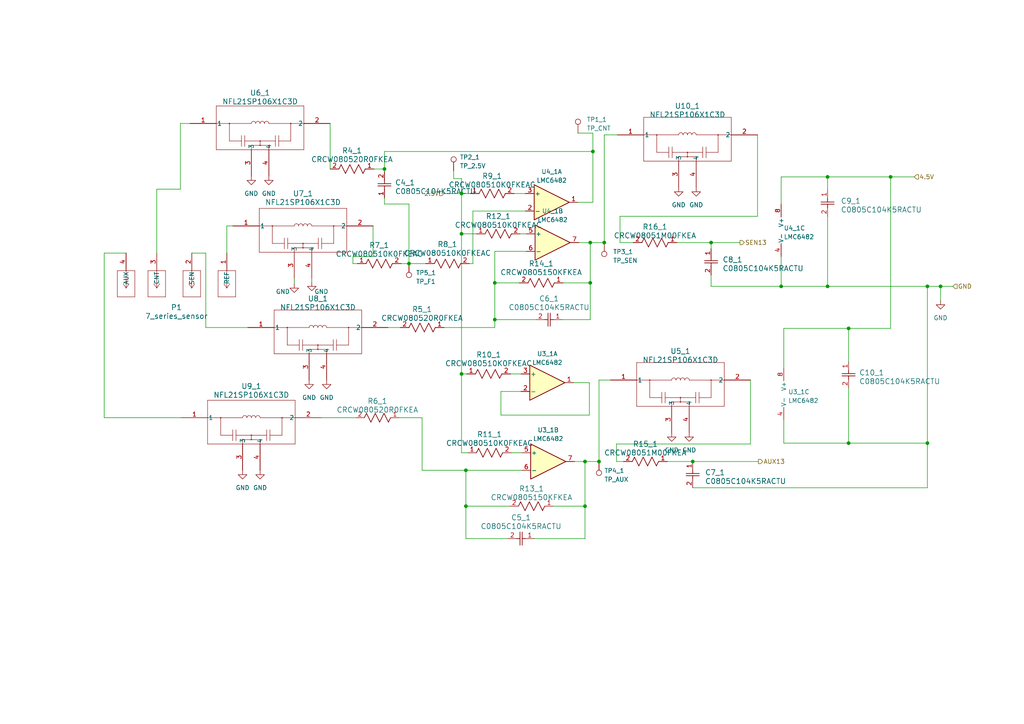
<source format=kicad_sch>
(kicad_sch (version 20230121) (generator eeschema)

  (uuid a40763a5-d520-4e85-94e1-e831e9051afa)

  (paper "A4")

  (lib_symbols
    (symbol "2023-07-19_08-42-50:NFL21SP106X1C3D" (pin_names (offset 0.254)) (in_bom yes) (on_board yes)
      (property "Reference" "U" (at 20.32 10.16 0)
        (effects (font (size 1.524 1.524)))
      )
      (property "Value" "NFL21SP106X1C3D" (at 20.32 7.62 0)
        (effects (font (size 1.524 1.524)))
      )
      (property "Footprint" "GCAP_NFL21SP106X1C3D_MUR" (at 0 0 0)
        (effects (font (size 1.27 1.27) italic) hide)
      )
      (property "Datasheet" "NFL21SP106X1C3D" (at 0 0 0)
        (effects (font (size 1.27 1.27) italic) hide)
      )
      (property "ki_locked" "" (at 0 0 0)
        (effects (font (size 1.27 1.27)))
      )
      (property "ki_keywords" "NFL21SP106X1C3D" (at 0 0 0)
        (effects (font (size 1.27 1.27)) hide)
      )
      (property "ki_fp_filters" "GCAP_NFL21SP106X1C3D_MUR GCAP_NFL21SP106X1C3D_MUR-M GCAP_NFL21SP106X1C3D_MUR-L" (at 0 0 0)
        (effects (font (size 1.27 1.27)) hide)
      )
      (symbol "NFL21SP106X1C3D_0_1"
        (polyline
          (pts
            (xy 7.62 -7.62)
            (xy 33.02 -7.62)
          )
          (stroke (width 0.127) (type default))
          (fill (type none))
        )
        (polyline
          (pts
            (xy 7.62 0)
            (xy 17.78 0)
          )
          (stroke (width 0.127) (type default))
          (fill (type none))
        )
        (polyline
          (pts
            (xy 7.62 5.08)
            (xy 7.62 -7.62)
          )
          (stroke (width 0.127) (type default))
          (fill (type none))
        )
        (polyline
          (pts
            (xy 11.43 -5.08)
            (xy 14.9225 -5.08)
          )
          (stroke (width 0.127) (type default))
          (fill (type none))
        )
        (polyline
          (pts
            (xy 11.43 0)
            (xy 11.43 -5.08)
          )
          (stroke (width 0.127) (type default))
          (fill (type none))
        )
        (polyline
          (pts
            (xy 14.9225 -3.4925)
            (xy 14.9225 -6.6675)
          )
          (stroke (width 0.127) (type default))
          (fill (type none))
        )
        (polyline
          (pts
            (xy 15.875 -6.6675)
            (xy 15.875 -3.4925)
          )
          (stroke (width 0.127) (type default))
          (fill (type none))
        )
        (polyline
          (pts
            (xy 17.78 -6.35)
            (xy 17.78 -7.62)
          )
          (stroke (width 0.127) (type default))
          (fill (type none))
        )
        (polyline
          (pts
            (xy 17.78 -6.35)
            (xy 22.86 -6.35)
          )
          (stroke (width 0.127) (type default))
          (fill (type none))
        )
        (polyline
          (pts
            (xy 20.32 -6.35)
            (xy 20.32 -5.08)
          )
          (stroke (width 0.127) (type default))
          (fill (type none))
        )
        (polyline
          (pts
            (xy 22.86 -6.35)
            (xy 22.86 -7.62)
          )
          (stroke (width 0.127) (type default))
          (fill (type none))
        )
        (polyline
          (pts
            (xy 22.86 0)
            (xy 33.02 0)
          )
          (stroke (width 0.127) (type default))
          (fill (type none))
        )
        (polyline
          (pts
            (xy 24.765 -5.08)
            (xy 15.875 -5.08)
          )
          (stroke (width 0.127) (type default))
          (fill (type none))
        )
        (polyline
          (pts
            (xy 24.765 -3.4925)
            (xy 24.765 -6.6675)
          )
          (stroke (width 0.127) (type default))
          (fill (type none))
        )
        (polyline
          (pts
            (xy 25.7175 -5.08)
            (xy 29.21 -5.08)
          )
          (stroke (width 0.127) (type default))
          (fill (type none))
        )
        (polyline
          (pts
            (xy 25.7175 -3.4925)
            (xy 25.7175 -6.6675)
          )
          (stroke (width 0.127) (type default))
          (fill (type none))
        )
        (polyline
          (pts
            (xy 29.21 0)
            (xy 29.21 -5.08)
          )
          (stroke (width 0.127) (type default))
          (fill (type none))
        )
        (polyline
          (pts
            (xy 33.02 -7.62)
            (xy 33.02 5.08)
          )
          (stroke (width 0.127) (type default))
          (fill (type none))
        )
        (polyline
          (pts
            (xy 33.02 5.08)
            (xy 7.62 5.08)
          )
          (stroke (width 0.127) (type default))
          (fill (type none))
        )
        (circle (center 11.43 0) (radius 0.127)
          (stroke (width 0.127) (type default))
          (fill (type none))
        )
        (arc (start 19.05 0) (mid 18.415 0.6323) (end 17.78 0)
          (stroke (width 0.127) (type default))
          (fill (type none))
        )
        (circle (center 20.32 -6.35) (radius 0.127)
          (stroke (width 0.127) (type default))
          (fill (type none))
        )
        (circle (center 20.32 -5.08) (radius 0.127)
          (stroke (width 0.127) (type default))
          (fill (type none))
        )
        (arc (start 20.32 0) (mid 19.685 0.6323) (end 19.05 0)
          (stroke (width 0.127) (type default))
          (fill (type none))
        )
        (arc (start 21.59 0) (mid 20.955 0.6323) (end 20.32 0)
          (stroke (width 0.127) (type default))
          (fill (type none))
        )
        (arc (start 22.86 0) (mid 22.225 0.6323) (end 21.59 0)
          (stroke (width 0.127) (type default))
          (fill (type none))
        )
        (circle (center 29.21 0) (radius 0.127)
          (stroke (width 0.127) (type default))
          (fill (type none))
        )
        (pin unspecified line (at 0 0 0) (length 7.62)
          (name "1" (effects (font (size 1.27 1.27))))
          (number "1" (effects (font (size 1.27 1.27))))
        )
        (pin unspecified line (at 40.64 0 180) (length 7.62)
          (name "2" (effects (font (size 1.27 1.27))))
          (number "2" (effects (font (size 1.27 1.27))))
        )
        (pin unspecified line (at 17.78 -15.24 90) (length 7.62)
          (name "3" (effects (font (size 1.27 1.27))))
          (number "3" (effects (font (size 1.27 1.27))))
        )
        (pin unspecified line (at 22.86 -15.24 90) (length 7.62)
          (name "4" (effects (font (size 1.27 1.27))))
          (number "4" (effects (font (size 1.27 1.27))))
        )
      )
    )
    (symbol "7_series_sensor:7_series_sensor" (pin_names (offset 0.254)) (in_bom yes) (on_board yes)
      (property "Reference" "J" (at 8.89 6.35 0)
        (effects (font (size 1.524 1.524)))
      )
      (property "Value" "7_series_sensor" (at -2.54 6.35 0)
        (effects (font (size 1.524 1.524)))
      )
      (property "Footprint" "CONN_0331-0-15-15-18-14-10-0_MIM" (at 1.27 -5.08 0)
        (effects (font (size 1.27 1.27) italic) hide)
      )
      (property "Datasheet" "0331-0-15-15-18-14-10-0" (at 1.27 -2.54 0)
        (effects (font (size 1.27 1.27) italic) hide)
      )
      (property "ki_locked" "" (at 0 0 0)
        (effects (font (size 1.27 1.27)))
      )
      (property "ki_keywords" "0331-0-15-15-18-14-10-0" (at 0 0 0)
        (effects (font (size 1.27 1.27)) hide)
      )
      (property "ki_fp_filters" "CONN_0331-0-15-15-18-14-10-0_MIM" (at 0 0 0)
        (effects (font (size 1.27 1.27)) hide)
      )
      (symbol "7_series_sensor_1_1"
        (polyline
          (pts
            (xy -36.83 7.62)
            (xy -31.75 7.62)
          )
          (stroke (width 0.127) (type default))
          (fill (type none))
        )
        (polyline
          (pts
            (xy -36.83 15.24)
            (xy -36.83 7.62)
          )
          (stroke (width 0.127) (type default))
          (fill (type none))
        )
        (polyline
          (pts
            (xy -34.29 10.16)
            (xy -35.1367 11.43)
          )
          (stroke (width 0.127) (type default))
          (fill (type none))
        )
        (polyline
          (pts
            (xy -34.29 10.16)
            (xy -34.29 15.24)
          )
          (stroke (width 0.127) (type default))
          (fill (type none))
        )
        (polyline
          (pts
            (xy -34.29 10.16)
            (xy -33.4433 11.43)
          )
          (stroke (width 0.127) (type default))
          (fill (type none))
        )
        (polyline
          (pts
            (xy -31.75 7.62)
            (xy -31.75 15.24)
          )
          (stroke (width 0.127) (type default))
          (fill (type none))
        )
        (polyline
          (pts
            (xy -31.75 15.24)
            (xy -36.83 15.24)
          )
          (stroke (width 0.127) (type default))
          (fill (type none))
        )
        (polyline
          (pts
            (xy -27.94 7.62)
            (xy -22.86 7.62)
          )
          (stroke (width 0.127) (type default))
          (fill (type none))
        )
        (polyline
          (pts
            (xy -27.94 15.24)
            (xy -27.94 7.62)
          )
          (stroke (width 0.127) (type default))
          (fill (type none))
        )
        (polyline
          (pts
            (xy -25.4 10.16)
            (xy -26.2467 11.43)
          )
          (stroke (width 0.127) (type default))
          (fill (type none))
        )
        (polyline
          (pts
            (xy -25.4 10.16)
            (xy -25.4 15.24)
          )
          (stroke (width 0.127) (type default))
          (fill (type none))
        )
        (polyline
          (pts
            (xy -25.4 10.16)
            (xy -24.5533 11.43)
          )
          (stroke (width 0.127) (type default))
          (fill (type none))
        )
        (polyline
          (pts
            (xy -22.86 7.62)
            (xy -22.86 15.24)
          )
          (stroke (width 0.127) (type default))
          (fill (type none))
        )
        (polyline
          (pts
            (xy -22.86 15.24)
            (xy -27.94 15.24)
          )
          (stroke (width 0.127) (type default))
          (fill (type none))
        )
        (polyline
          (pts
            (xy -17.78 7.62)
            (xy -12.7 7.62)
          )
          (stroke (width 0.127) (type default))
          (fill (type none))
        )
        (polyline
          (pts
            (xy -17.78 15.24)
            (xy -17.78 7.62)
          )
          (stroke (width 0.127) (type default))
          (fill (type none))
        )
        (polyline
          (pts
            (xy -15.24 10.16)
            (xy -16.0867 11.43)
          )
          (stroke (width 0.127) (type default))
          (fill (type none))
        )
        (polyline
          (pts
            (xy -15.24 10.16)
            (xy -15.24 15.24)
          )
          (stroke (width 0.127) (type default))
          (fill (type none))
        )
        (polyline
          (pts
            (xy -15.24 10.16)
            (xy -14.3933 11.43)
          )
          (stroke (width 0.127) (type default))
          (fill (type none))
        )
        (polyline
          (pts
            (xy -12.7 7.62)
            (xy -12.7 15.24)
          )
          (stroke (width 0.127) (type default))
          (fill (type none))
        )
        (polyline
          (pts
            (xy -12.7 15.24)
            (xy -17.78 15.24)
          )
          (stroke (width 0.127) (type default))
          (fill (type none))
        )
        (polyline
          (pts
            (xy -7.62 7.62)
            (xy -2.54 7.62)
          )
          (stroke (width 0.127) (type default))
          (fill (type none))
        )
        (polyline
          (pts
            (xy -7.62 15.24)
            (xy -7.62 7.62)
          )
          (stroke (width 0.127) (type default))
          (fill (type none))
        )
        (polyline
          (pts
            (xy -5.08 10.16)
            (xy -5.9267 11.43)
          )
          (stroke (width 0.127) (type default))
          (fill (type none))
        )
        (polyline
          (pts
            (xy -5.08 10.16)
            (xy -5.08 15.24)
          )
          (stroke (width 0.127) (type default))
          (fill (type none))
        )
        (polyline
          (pts
            (xy -5.08 10.16)
            (xy -4.2333 11.43)
          )
          (stroke (width 0.127) (type default))
          (fill (type none))
        )
        (polyline
          (pts
            (xy -2.54 7.62)
            (xy -2.54 15.24)
          )
          (stroke (width 0.127) (type default))
          (fill (type none))
        )
        (polyline
          (pts
            (xy -2.54 15.24)
            (xy -7.62 15.24)
          )
          (stroke (width 0.127) (type default))
          (fill (type none))
        )
        (pin bidirectional line (at -5.08 20.32 270) (length 5.08)
          (name "REF" (effects (font (size 1.27 1.27))))
          (number "1" (effects (font (size 1.27 1.27))))
        )
        (pin bidirectional line (at -15.24 20.32 270) (length 5.08)
          (name "SEN" (effects (font (size 1.27 1.27))))
          (number "2" (effects (font (size 1.27 1.27))))
        )
        (pin bidirectional line (at -25.4 20.32 270) (length 5.08)
          (name "CNT" (effects (font (size 1.27 1.27))))
          (number "3" (effects (font (size 1.27 1.27))))
        )
        (pin bidirectional line (at -34.29 20.32 270) (length 5.08)
          (name "AUX" (effects (font (size 1.27 1.27))))
          (number "4" (effects (font (size 1.27 1.27))))
        )
      )
      (symbol "7_series_sensor_1_2"
        (polyline
          (pts
            (xy 5.08 -2.54)
            (xy 12.7 -2.54)
          )
          (stroke (width 0.127) (type default))
          (fill (type none))
        )
        (polyline
          (pts
            (xy 5.08 2.54)
            (xy 5.08 -2.54)
          )
          (stroke (width 0.127) (type default))
          (fill (type none))
        )
        (polyline
          (pts
            (xy 7.62 0)
            (xy 5.08 0)
          )
          (stroke (width 0.127) (type default))
          (fill (type none))
        )
        (polyline
          (pts
            (xy 7.62 0)
            (xy 8.89 -0.8467)
          )
          (stroke (width 0.127) (type default))
          (fill (type none))
        )
        (polyline
          (pts
            (xy 7.62 0)
            (xy 8.89 0.8467)
          )
          (stroke (width 0.127) (type default))
          (fill (type none))
        )
        (polyline
          (pts
            (xy 12.7 -2.54)
            (xy 12.7 2.54)
          )
          (stroke (width 0.127) (type default))
          (fill (type none))
        )
        (polyline
          (pts
            (xy 12.7 2.54)
            (xy 5.08 2.54)
          )
          (stroke (width 0.127) (type default))
          (fill (type none))
        )
        (pin unspecified line (at 0 0 0) (length 5.08)
          (name "1" (effects (font (size 1.27 1.27))))
          (number "1" (effects (font (size 1.27 1.27))))
        )
      )
    )
    (symbol "Amplifier_Operational:LMC6482" (pin_names (offset 0.127)) (in_bom yes) (on_board yes)
      (property "Reference" "U" (at 0 5.08 0)
        (effects (font (size 1.27 1.27)) (justify left))
      )
      (property "Value" "LMC6482" (at 0 -5.08 0)
        (effects (font (size 1.27 1.27)) (justify left))
      )
      (property "Footprint" "" (at 0 0 0)
        (effects (font (size 1.27 1.27)) hide)
      )
      (property "Datasheet" "http://www.ti.com/lit/ds/symlink/lmc6482.pdf" (at 0 0 0)
        (effects (font (size 1.27 1.27)) hide)
      )
      (property "ki_locked" "" (at 0 0 0)
        (effects (font (size 1.27 1.27)))
      )
      (property "ki_keywords" "dual opamp" (at 0 0 0)
        (effects (font (size 1.27 1.27)) hide)
      )
      (property "ki_description" "Dual CMOS Rail-to-Rail Input and Output Operational Amplifier, DIP-8/SOIC-8, SSOP-8" (at 0 0 0)
        (effects (font (size 1.27 1.27)) hide)
      )
      (property "ki_fp_filters" "SOIC*3.9x4.9mm*P1.27mm* DIP*W7.62mm* TO*99* OnSemi*Micro8* TSSOP*3x3mm*P0.65mm* TSSOP*4.4x3mm*P0.65mm* MSOP*3x3mm*P0.65mm* SSOP*3.9x4.9mm*P0.635mm* LFCSP*2x2mm*P0.5mm* *SIP* SOIC*5.3x6.2mm*P1.27mm*" (at 0 0 0)
        (effects (font (size 1.27 1.27)) hide)
      )
      (symbol "LMC6482_1_1"
        (polyline
          (pts
            (xy -5.08 5.08)
            (xy 5.08 0)
            (xy -5.08 -5.08)
            (xy -5.08 5.08)
          )
          (stroke (width 0.254) (type default))
          (fill (type background))
        )
        (pin output line (at 7.62 0 180) (length 2.54)
          (name "~" (effects (font (size 1.27 1.27))))
          (number "1" (effects (font (size 1.27 1.27))))
        )
        (pin input line (at -7.62 -2.54 0) (length 2.54)
          (name "-" (effects (font (size 1.27 1.27))))
          (number "2" (effects (font (size 1.27 1.27))))
        )
        (pin input line (at -7.62 2.54 0) (length 2.54)
          (name "+" (effects (font (size 1.27 1.27))))
          (number "3" (effects (font (size 1.27 1.27))))
        )
      )
      (symbol "LMC6482_2_1"
        (polyline
          (pts
            (xy -5.08 5.08)
            (xy 5.08 0)
            (xy -5.08 -5.08)
            (xy -5.08 5.08)
          )
          (stroke (width 0.254) (type default))
          (fill (type background))
        )
        (pin input line (at -7.62 2.54 0) (length 2.54)
          (name "+" (effects (font (size 1.27 1.27))))
          (number "5" (effects (font (size 1.27 1.27))))
        )
        (pin input line (at -7.62 -2.54 0) (length 2.54)
          (name "-" (effects (font (size 1.27 1.27))))
          (number "6" (effects (font (size 1.27 1.27))))
        )
        (pin output line (at 7.62 0 180) (length 2.54)
          (name "~" (effects (font (size 1.27 1.27))))
          (number "7" (effects (font (size 1.27 1.27))))
        )
      )
      (symbol "LMC6482_3_1"
        (pin power_in line (at -2.54 -7.62 90) (length 3.81)
          (name "V-" (effects (font (size 1.27 1.27))))
          (number "4" (effects (font (size 1.27 1.27))))
        )
        (pin power_in line (at -2.54 7.62 270) (length 3.81)
          (name "V+" (effects (font (size 1.27 1.27))))
          (number "8" (effects (font (size 1.27 1.27))))
        )
      )
    )
    (symbol "Connector:TestPoint" (pin_numbers hide) (pin_names (offset 0.762) hide) (in_bom yes) (on_board yes)
      (property "Reference" "TP" (at 0 6.858 0)
        (effects (font (size 1.27 1.27)))
      )
      (property "Value" "TestPoint" (at 0 5.08 0)
        (effects (font (size 1.27 1.27)))
      )
      (property "Footprint" "" (at 5.08 0 0)
        (effects (font (size 1.27 1.27)) hide)
      )
      (property "Datasheet" "~" (at 5.08 0 0)
        (effects (font (size 1.27 1.27)) hide)
      )
      (property "ki_keywords" "test point tp" (at 0 0 0)
        (effects (font (size 1.27 1.27)) hide)
      )
      (property "ki_description" "test point" (at 0 0 0)
        (effects (font (size 1.27 1.27)) hide)
      )
      (property "ki_fp_filters" "Pin* Test*" (at 0 0 0)
        (effects (font (size 1.27 1.27)) hide)
      )
      (symbol "TestPoint_0_1"
        (circle (center 0 3.302) (radius 0.762)
          (stroke (width 0) (type default))
          (fill (type none))
        )
      )
      (symbol "TestPoint_1_1"
        (pin passive line (at 0 0 90) (length 2.54)
          (name "1" (effects (font (size 1.27 1.27))))
          (number "1" (effects (font (size 1.27 1.27))))
        )
      )
    )
    (symbol "Vishay_10k:CRCW080510K0FKEAC" (pin_names (offset 0.254)) (in_bom yes) (on_board yes)
      (property "Reference" "R" (at 5.715 3.81 0)
        (effects (font (size 1.524 1.524)))
      )
      (property "Value" "CRCW080510K0FKEAC" (at 6.35 -3.81 0)
        (effects (font (size 1.524 1.524)))
      )
      (property "Footprint" "RES_CRCW_0805_VIS" (at 0 0 0)
        (effects (font (size 1.27 1.27) italic) hide)
      )
      (property "Datasheet" "CRCW080510K0FKEAC" (at 0 0 0)
        (effects (font (size 1.27 1.27) italic) hide)
      )
      (property "ki_locked" "" (at 0 0 0)
        (effects (font (size 1.27 1.27)))
      )
      (property "ki_keywords" "CRCW080510K0FKEAC" (at 0 0 0)
        (effects (font (size 1.27 1.27)) hide)
      )
      (property "ki_fp_filters" "RES_CRCW_0805_VIS RES_CRCW_0805_VIS-M RES_CRCW_0805_VIS-L" (at 0 0 0)
        (effects (font (size 1.27 1.27)) hide)
      )
      (symbol "CRCW080510K0FKEAC_1_1"
        (polyline
          (pts
            (xy 2.54 0)
            (xy 3.175 1.27)
          )
          (stroke (width 0.2032) (type default))
          (fill (type none))
        )
        (polyline
          (pts
            (xy 3.175 1.27)
            (xy 4.445 -1.27)
          )
          (stroke (width 0.2032) (type default))
          (fill (type none))
        )
        (polyline
          (pts
            (xy 4.445 -1.27)
            (xy 5.715 1.27)
          )
          (stroke (width 0.2032) (type default))
          (fill (type none))
        )
        (polyline
          (pts
            (xy 5.715 1.27)
            (xy 6.985 -1.27)
          )
          (stroke (width 0.2032) (type default))
          (fill (type none))
        )
        (polyline
          (pts
            (xy 6.985 -1.27)
            (xy 8.255 1.27)
          )
          (stroke (width 0.2032) (type default))
          (fill (type none))
        )
        (polyline
          (pts
            (xy 8.255 1.27)
            (xy 9.525 -1.27)
          )
          (stroke (width 0.2032) (type default))
          (fill (type none))
        )
        (polyline
          (pts
            (xy 9.525 -1.27)
            (xy 10.16 0)
          )
          (stroke (width 0.2032) (type default))
          (fill (type none))
        )
        (pin unspecified line (at 0 0 0) (length 2.54)
          (name "" (effects (font (size 1.27 1.27))))
          (number "1" (effects (font (size 1.27 1.27))))
        )
        (pin unspecified line (at 12.7 0 180) (length 2.54)
          (name "" (effects (font (size 1.27 1.27))))
          (number "2" (effects (font (size 1.27 1.27))))
        )
      )
      (symbol "CRCW080510K0FKEAC_1_2"
        (polyline
          (pts
            (xy -1.27 3.175)
            (xy 1.27 4.445)
          )
          (stroke (width 0.2032) (type default))
          (fill (type none))
        )
        (polyline
          (pts
            (xy -1.27 5.715)
            (xy 1.27 6.985)
          )
          (stroke (width 0.2032) (type default))
          (fill (type none))
        )
        (polyline
          (pts
            (xy -1.27 8.255)
            (xy 1.27 9.525)
          )
          (stroke (width 0.2032) (type default))
          (fill (type none))
        )
        (polyline
          (pts
            (xy 0 2.54)
            (xy -1.27 3.175)
          )
          (stroke (width 0.2032) (type default))
          (fill (type none))
        )
        (polyline
          (pts
            (xy 1.27 4.445)
            (xy -1.27 5.715)
          )
          (stroke (width 0.2032) (type default))
          (fill (type none))
        )
        (polyline
          (pts
            (xy 1.27 6.985)
            (xy -1.27 8.255)
          )
          (stroke (width 0.2032) (type default))
          (fill (type none))
        )
        (polyline
          (pts
            (xy 1.27 9.525)
            (xy 0 10.16)
          )
          (stroke (width 0.2032) (type default))
          (fill (type none))
        )
        (pin unspecified line (at 0 12.7 270) (length 2.54)
          (name "" (effects (font (size 1.27 1.27))))
          (number "1" (effects (font (size 1.27 1.27))))
        )
        (pin unspecified line (at 0 0 90) (length 2.54)
          (name "" (effects (font (size 1.27 1.27))))
          (number "2" (effects (font (size 1.27 1.27))))
        )
      )
    )
    (symbol "Vishay_150k:CRCW0805150KFKEA" (pin_names (offset 0.254)) (in_bom yes) (on_board yes)
      (property "Reference" "R" (at 5.715 3.81 0)
        (effects (font (size 1.524 1.524)))
      )
      (property "Value" "CRCW0805150KFKEA" (at 6.35 -3.81 0)
        (effects (font (size 1.524 1.524)))
      )
      (property "Footprint" "RC0805N_VIS" (at 0 0 0)
        (effects (font (size 1.27 1.27) italic) hide)
      )
      (property "Datasheet" "CRCW0805150KFKEA" (at 0 0 0)
        (effects (font (size 1.27 1.27) italic) hide)
      )
      (property "ki_locked" "" (at 0 0 0)
        (effects (font (size 1.27 1.27)))
      )
      (property "ki_keywords" "CRCW0805150KFKEA" (at 0 0 0)
        (effects (font (size 1.27 1.27)) hide)
      )
      (property "ki_fp_filters" "RC0805N_VIS RC0805N_VIS-M RC0805N_VIS-L" (at 0 0 0)
        (effects (font (size 1.27 1.27)) hide)
      )
      (symbol "CRCW0805150KFKEA_1_1"
        (polyline
          (pts
            (xy 2.54 0)
            (xy 3.175 1.27)
          )
          (stroke (width 0.2032) (type default))
          (fill (type none))
        )
        (polyline
          (pts
            (xy 3.175 1.27)
            (xy 4.445 -1.27)
          )
          (stroke (width 0.2032) (type default))
          (fill (type none))
        )
        (polyline
          (pts
            (xy 4.445 -1.27)
            (xy 5.715 1.27)
          )
          (stroke (width 0.2032) (type default))
          (fill (type none))
        )
        (polyline
          (pts
            (xy 5.715 1.27)
            (xy 6.985 -1.27)
          )
          (stroke (width 0.2032) (type default))
          (fill (type none))
        )
        (polyline
          (pts
            (xy 6.985 -1.27)
            (xy 8.255 1.27)
          )
          (stroke (width 0.2032) (type default))
          (fill (type none))
        )
        (polyline
          (pts
            (xy 8.255 1.27)
            (xy 9.525 -1.27)
          )
          (stroke (width 0.2032) (type default))
          (fill (type none))
        )
        (polyline
          (pts
            (xy 9.525 -1.27)
            (xy 10.16 0)
          )
          (stroke (width 0.2032) (type default))
          (fill (type none))
        )
        (pin unspecified line (at 12.7 0 180) (length 2.54)
          (name "" (effects (font (size 1.27 1.27))))
          (number "1" (effects (font (size 1.27 1.27))))
        )
        (pin unspecified line (at 0 0 0) (length 2.54)
          (name "" (effects (font (size 1.27 1.27))))
          (number "2" (effects (font (size 1.27 1.27))))
        )
      )
      (symbol "CRCW0805150KFKEA_1_2"
        (polyline
          (pts
            (xy -1.27 3.175)
            (xy 1.27 4.445)
          )
          (stroke (width 0.2032) (type default))
          (fill (type none))
        )
        (polyline
          (pts
            (xy -1.27 5.715)
            (xy 1.27 6.985)
          )
          (stroke (width 0.2032) (type default))
          (fill (type none))
        )
        (polyline
          (pts
            (xy -1.27 8.255)
            (xy 1.27 9.525)
          )
          (stroke (width 0.2032) (type default))
          (fill (type none))
        )
        (polyline
          (pts
            (xy 0 2.54)
            (xy -1.27 3.175)
          )
          (stroke (width 0.2032) (type default))
          (fill (type none))
        )
        (polyline
          (pts
            (xy 1.27 4.445)
            (xy -1.27 5.715)
          )
          (stroke (width 0.2032) (type default))
          (fill (type none))
        )
        (polyline
          (pts
            (xy 1.27 6.985)
            (xy -1.27 8.255)
          )
          (stroke (width 0.2032) (type default))
          (fill (type none))
        )
        (polyline
          (pts
            (xy 1.27 9.525)
            (xy 0 10.16)
          )
          (stroke (width 0.2032) (type default))
          (fill (type none))
        )
        (pin unspecified line (at 0 12.7 270) (length 2.54)
          (name "" (effects (font (size 1.27 1.27))))
          (number "1" (effects (font (size 1.27 1.27))))
        )
        (pin unspecified line (at 0 0 90) (length 2.54)
          (name "" (effects (font (size 1.27 1.27))))
          (number "2" (effects (font (size 1.27 1.27))))
        )
      )
    )
    (symbol "Vishay_1M:CRCW08051M00FKEA" (pin_names (offset 0.254)) (in_bom yes) (on_board yes)
      (property "Reference" "R" (at 5.715 3.81 0)
        (effects (font (size 1.524 1.524)))
      )
      (property "Value" "CRCW08051M00FKEA" (at 6.35 -3.81 0)
        (effects (font (size 1.524 1.524)))
      )
      (property "Footprint" "RES_CRCW_0805" (at 0 0 0)
        (effects (font (size 1.27 1.27) italic) hide)
      )
      (property "Datasheet" "CRCW08051M00FKEA" (at 0 0 0)
        (effects (font (size 1.27 1.27) italic) hide)
      )
      (property "ki_locked" "" (at 0 0 0)
        (effects (font (size 1.27 1.27)))
      )
      (property "ki_keywords" "CRCW08051M00FKEA" (at 0 0 0)
        (effects (font (size 1.27 1.27)) hide)
      )
      (property "ki_fp_filters" "RES_CRCW_0805 RES_CRCW_0805-M RES_CRCW_0805-L" (at 0 0 0)
        (effects (font (size 1.27 1.27)) hide)
      )
      (symbol "CRCW08051M00FKEA_1_1"
        (polyline
          (pts
            (xy 2.54 0)
            (xy 3.175 1.27)
          )
          (stroke (width 0.2032) (type default))
          (fill (type none))
        )
        (polyline
          (pts
            (xy 3.175 1.27)
            (xy 4.445 -1.27)
          )
          (stroke (width 0.2032) (type default))
          (fill (type none))
        )
        (polyline
          (pts
            (xy 4.445 -1.27)
            (xy 5.715 1.27)
          )
          (stroke (width 0.2032) (type default))
          (fill (type none))
        )
        (polyline
          (pts
            (xy 5.715 1.27)
            (xy 6.985 -1.27)
          )
          (stroke (width 0.2032) (type default))
          (fill (type none))
        )
        (polyline
          (pts
            (xy 6.985 -1.27)
            (xy 8.255 1.27)
          )
          (stroke (width 0.2032) (type default))
          (fill (type none))
        )
        (polyline
          (pts
            (xy 8.255 1.27)
            (xy 9.525 -1.27)
          )
          (stroke (width 0.2032) (type default))
          (fill (type none))
        )
        (polyline
          (pts
            (xy 9.525 -1.27)
            (xy 10.16 0)
          )
          (stroke (width 0.2032) (type default))
          (fill (type none))
        )
        (pin unspecified line (at 12.7 0 180) (length 2.54)
          (name "" (effects (font (size 1.27 1.27))))
          (number "1" (effects (font (size 1.27 1.27))))
        )
        (pin unspecified line (at 0 0 0) (length 2.54)
          (name "" (effects (font (size 1.27 1.27))))
          (number "2" (effects (font (size 1.27 1.27))))
        )
      )
      (symbol "CRCW08051M00FKEA_1_2"
        (polyline
          (pts
            (xy -1.27 3.175)
            (xy 1.27 4.445)
          )
          (stroke (width 0.2032) (type default))
          (fill (type none))
        )
        (polyline
          (pts
            (xy -1.27 5.715)
            (xy 1.27 6.985)
          )
          (stroke (width 0.2032) (type default))
          (fill (type none))
        )
        (polyline
          (pts
            (xy -1.27 8.255)
            (xy 1.27 9.525)
          )
          (stroke (width 0.2032) (type default))
          (fill (type none))
        )
        (polyline
          (pts
            (xy 0 2.54)
            (xy -1.27 3.175)
          )
          (stroke (width 0.2032) (type default))
          (fill (type none))
        )
        (polyline
          (pts
            (xy 1.27 4.445)
            (xy -1.27 5.715)
          )
          (stroke (width 0.2032) (type default))
          (fill (type none))
        )
        (polyline
          (pts
            (xy 1.27 6.985)
            (xy -1.27 8.255)
          )
          (stroke (width 0.2032) (type default))
          (fill (type none))
        )
        (polyline
          (pts
            (xy 1.27 9.525)
            (xy 0 10.16)
          )
          (stroke (width 0.2032) (type default))
          (fill (type none))
        )
        (pin unspecified line (at 0 12.7 270) (length 2.54)
          (name "" (effects (font (size 1.27 1.27))))
          (number "1" (effects (font (size 1.27 1.27))))
        )
        (pin unspecified line (at 0 0 90) (length 2.54)
          (name "" (effects (font (size 1.27 1.27))))
          (number "2" (effects (font (size 1.27 1.27))))
        )
      )
    )
    (symbol "Vishay_20R:CRCW080520R0FKEA" (pin_names (offset 0.254)) (in_bom yes) (on_board yes)
      (property "Reference" "R" (at 5.715 3.81 0)
        (effects (font (size 1.524 1.524)))
      )
      (property "Value" "CRCW080520R0FKEA" (at 6.35 -3.81 0)
        (effects (font (size 1.524 1.524)))
      )
      (property "Footprint" "RC0805N_VIS" (at 0 0 0)
        (effects (font (size 1.27 1.27) italic) hide)
      )
      (property "Datasheet" "CRCW080520R0FKEA" (at 0 0 0)
        (effects (font (size 1.27 1.27) italic) hide)
      )
      (property "ki_locked" "" (at 0 0 0)
        (effects (font (size 1.27 1.27)))
      )
      (property "ki_keywords" "CRCW080520R0FKEA" (at 0 0 0)
        (effects (font (size 1.27 1.27)) hide)
      )
      (property "ki_fp_filters" "RC0805N_VIS RC0805N_VIS-M RC0805N_VIS-L" (at 0 0 0)
        (effects (font (size 1.27 1.27)) hide)
      )
      (symbol "CRCW080520R0FKEA_1_1"
        (polyline
          (pts
            (xy 2.54 0)
            (xy 3.175 1.27)
          )
          (stroke (width 0.2032) (type default))
          (fill (type none))
        )
        (polyline
          (pts
            (xy 3.175 1.27)
            (xy 4.445 -1.27)
          )
          (stroke (width 0.2032) (type default))
          (fill (type none))
        )
        (polyline
          (pts
            (xy 4.445 -1.27)
            (xy 5.715 1.27)
          )
          (stroke (width 0.2032) (type default))
          (fill (type none))
        )
        (polyline
          (pts
            (xy 5.715 1.27)
            (xy 6.985 -1.27)
          )
          (stroke (width 0.2032) (type default))
          (fill (type none))
        )
        (polyline
          (pts
            (xy 6.985 -1.27)
            (xy 8.255 1.27)
          )
          (stroke (width 0.2032) (type default))
          (fill (type none))
        )
        (polyline
          (pts
            (xy 8.255 1.27)
            (xy 9.525 -1.27)
          )
          (stroke (width 0.2032) (type default))
          (fill (type none))
        )
        (polyline
          (pts
            (xy 9.525 -1.27)
            (xy 10.16 0)
          )
          (stroke (width 0.2032) (type default))
          (fill (type none))
        )
        (pin unspecified line (at 12.7 0 180) (length 2.54)
          (name "" (effects (font (size 1.27 1.27))))
          (number "1" (effects (font (size 1.27 1.27))))
        )
        (pin unspecified line (at 0 0 0) (length 2.54)
          (name "" (effects (font (size 1.27 1.27))))
          (number "2" (effects (font (size 1.27 1.27))))
        )
      )
      (symbol "CRCW080520R0FKEA_1_2"
        (polyline
          (pts
            (xy -1.27 3.175)
            (xy 1.27 4.445)
          )
          (stroke (width 0.2032) (type default))
          (fill (type none))
        )
        (polyline
          (pts
            (xy -1.27 5.715)
            (xy 1.27 6.985)
          )
          (stroke (width 0.2032) (type default))
          (fill (type none))
        )
        (polyline
          (pts
            (xy -1.27 8.255)
            (xy 1.27 9.525)
          )
          (stroke (width 0.2032) (type default))
          (fill (type none))
        )
        (polyline
          (pts
            (xy 0 2.54)
            (xy -1.27 3.175)
          )
          (stroke (width 0.2032) (type default))
          (fill (type none))
        )
        (polyline
          (pts
            (xy 1.27 4.445)
            (xy -1.27 5.715)
          )
          (stroke (width 0.2032) (type default))
          (fill (type none))
        )
        (polyline
          (pts
            (xy 1.27 6.985)
            (xy -1.27 8.255)
          )
          (stroke (width 0.2032) (type default))
          (fill (type none))
        )
        (polyline
          (pts
            (xy 1.27 9.525)
            (xy 0 10.16)
          )
          (stroke (width 0.2032) (type default))
          (fill (type none))
        )
        (pin unspecified line (at 0 12.7 270) (length 2.54)
          (name "" (effects (font (size 1.27 1.27))))
          (number "1" (effects (font (size 1.27 1.27))))
        )
        (pin unspecified line (at 0 0 90) (length 2.54)
          (name "" (effects (font (size 1.27 1.27))))
          (number "2" (effects (font (size 1.27 1.27))))
        )
      )
    )
    (symbol "kemet_0.1uf:C0805C104K5RACTU" (pin_names (offset 0.254)) (in_bom yes) (on_board yes)
      (property "Reference" "C" (at 3.81 3.81 0)
        (effects (font (size 1.524 1.524)))
      )
      (property "Value" "C0805C104K5RACTU" (at 3.81 -3.81 0)
        (effects (font (size 1.524 1.524)))
      )
      (property "Footprint" "CAPC220145_88N_KEM" (at 0 0 0)
        (effects (font (size 1.27 1.27) italic) hide)
      )
      (property "Datasheet" "C0805C104K5RACTU" (at 0 0 0)
        (effects (font (size 1.27 1.27) italic) hide)
      )
      (property "ki_locked" "" (at 0 0 0)
        (effects (font (size 1.27 1.27)))
      )
      (property "ki_keywords" "C0805C104K5RACTU" (at 0 0 0)
        (effects (font (size 1.27 1.27)) hide)
      )
      (property "ki_fp_filters" "CAPC220145_88N_KEM CAPC220145_88N_KEM-M CAPC220145_88N_KEM-L" (at 0 0 0)
        (effects (font (size 1.27 1.27)) hide)
      )
      (symbol "C0805C104K5RACTU_1_1"
        (polyline
          (pts
            (xy 2.54 0)
            (xy 3.4798 0)
          )
          (stroke (width 0.2032) (type default))
          (fill (type none))
        )
        (polyline
          (pts
            (xy 3.4798 -1.905)
            (xy 3.4798 1.905)
          )
          (stroke (width 0.2032) (type default))
          (fill (type none))
        )
        (polyline
          (pts
            (xy 4.1148 -1.905)
            (xy 4.1148 1.905)
          )
          (stroke (width 0.2032) (type default))
          (fill (type none))
        )
        (polyline
          (pts
            (xy 4.1148 0)
            (xy 5.08 0)
          )
          (stroke (width 0.2032) (type default))
          (fill (type none))
        )
        (pin unspecified line (at 0 0 0) (length 2.54)
          (name "" (effects (font (size 1.27 1.27))))
          (number "1" (effects (font (size 1.27 1.27))))
        )
        (pin unspecified line (at 7.62 0 180) (length 2.54)
          (name "" (effects (font (size 1.27 1.27))))
          (number "2" (effects (font (size 1.27 1.27))))
        )
      )
      (symbol "C0805C104K5RACTU_1_2"
        (polyline
          (pts
            (xy -1.905 -4.1148)
            (xy 1.905 -4.1148)
          )
          (stroke (width 0.2032) (type default))
          (fill (type none))
        )
        (polyline
          (pts
            (xy -1.905 -3.4798)
            (xy 1.905 -3.4798)
          )
          (stroke (width 0.2032) (type default))
          (fill (type none))
        )
        (polyline
          (pts
            (xy 0 -4.1148)
            (xy 0 -5.08)
          )
          (stroke (width 0.2032) (type default))
          (fill (type none))
        )
        (polyline
          (pts
            (xy 0 -2.54)
            (xy 0 -3.4798)
          )
          (stroke (width 0.2032) (type default))
          (fill (type none))
        )
        (pin unspecified line (at 0 0 270) (length 2.54)
          (name "" (effects (font (size 1.27 1.27))))
          (number "1" (effects (font (size 1.27 1.27))))
        )
        (pin unspecified line (at 0 -7.62 90) (length 2.54)
          (name "" (effects (font (size 1.27 1.27))))
          (number "2" (effects (font (size 1.27 1.27))))
        )
      )
    )
    (symbol "power:GND" (power) (pin_names (offset 0)) (in_bom yes) (on_board yes)
      (property "Reference" "#PWR" (at 0 -6.35 0)
        (effects (font (size 1.27 1.27)) hide)
      )
      (property "Value" "GND" (at 0 -3.81 0)
        (effects (font (size 1.27 1.27)))
      )
      (property "Footprint" "" (at 0 0 0)
        (effects (font (size 1.27 1.27)) hide)
      )
      (property "Datasheet" "" (at 0 0 0)
        (effects (font (size 1.27 1.27)) hide)
      )
      (property "ki_keywords" "global power" (at 0 0 0)
        (effects (font (size 1.27 1.27)) hide)
      )
      (property "ki_description" "Power symbol creates a global label with name \"GND\" , ground" (at 0 0 0)
        (effects (font (size 1.27 1.27)) hide)
      )
      (symbol "GND_0_1"
        (polyline
          (pts
            (xy 0 0)
            (xy 0 -1.27)
            (xy 1.27 -1.27)
            (xy 0 -2.54)
            (xy -1.27 -1.27)
            (xy 0 -1.27)
          )
          (stroke (width 0) (type default))
          (fill (type none))
        )
      )
      (symbol "GND_1_1"
        (pin power_in line (at 0 0 270) (length 0) hide
          (name "GND" (effects (font (size 1.27 1.27))))
          (number "1" (effects (font (size 1.27 1.27))))
        )
      )
    )
  )

  (junction (at 143.51 82.042) (diameter 0) (color 0 0 0 0)
    (uuid 058e057a-e39f-42ce-a34f-0f78f3e70c14)
  )
  (junction (at 133.858 108.458) (diameter 0) (color 0 0 0 0)
    (uuid 0eaf3ffb-f6cf-4279-9d61-dbdaa33d1ebf)
  )
  (junction (at 133.858 67.818) (diameter 0) (color 0 0 0 0)
    (uuid 2400c732-109f-4e10-8dbf-56d18bc37b8a)
  )
  (junction (at 206.248 70.358) (diameter 0) (color 0 0 0 0)
    (uuid 2c8ab5de-138e-4a02-9eb6-4563dabc3393)
  )
  (junction (at 143.51 92.71) (diameter 0) (color 0 0 0 0)
    (uuid 3913658e-c887-40c0-a9e8-928250044144)
  )
  (junction (at 135.128 136.398) (diameter 0) (color 0 0 0 0)
    (uuid 3b42fc67-743a-49f3-aff0-ed549b9b6810)
  )
  (junction (at 268.986 83.058) (diameter 0) (color 0 0 0 0)
    (uuid 3fcb95ae-b5c3-403b-a5b7-35b48bd47668)
  )
  (junction (at 133.858 56.134) (diameter 0) (color 0 0 0 0)
    (uuid 4052003b-25bf-460c-9253-13b53190a3b9)
  )
  (junction (at 246.126 128.524) (diameter 0) (color 0 0 0 0)
    (uuid 4804ee96-06b2-4b6d-9626-42ee27b1b171)
  )
  (junction (at 258.318 51.308) (diameter 0) (color 0 0 0 0)
    (uuid 49e74ff7-acb4-44e8-b4cd-002c54344c93)
  )
  (junction (at 240.03 51.308) (diameter 0) (color 0 0 0 0)
    (uuid 551d8ac5-0756-48a8-a925-1b6f92da2f6e)
  )
  (junction (at 171.196 82.042) (diameter 0) (color 0 0 0 0)
    (uuid 5767c288-9c62-4ed2-a1e0-910f5ccc37ad)
  )
  (junction (at 226.568 83.058) (diameter 0) (color 0 0 0 0)
    (uuid 57745ba8-bf97-4389-adf8-9f7ce0285eca)
  )
  (junction (at 175.26 70.358) (diameter 0) (color 0 0 0 0)
    (uuid 5d644ba1-88f7-4b84-bf60-b675c2668ef5)
  )
  (junction (at 240.03 83.058) (diameter 0) (color 0 0 0 0)
    (uuid 686b23fc-7c37-4f1e-8a93-852d84e715e1)
  )
  (junction (at 169.672 146.812) (diameter 0) (color 0 0 0 0)
    (uuid 75d4bc6c-af02-4d79-b6e6-20530faba1a9)
  )
  (junction (at 135.128 146.812) (diameter 0) (color 0 0 0 0)
    (uuid 775ed1b4-37f3-4379-9a22-d2a73940bbbc)
  )
  (junction (at 169.672 133.858) (diameter 0) (color 0 0 0 0)
    (uuid 7d3cd727-959c-4067-8f02-7e8c8f1fbe63)
  )
  (junction (at 111.506 49.022) (diameter 0) (color 0 0 0 0)
    (uuid 8032f5a0-faa6-4cf4-adc6-826f1c2add30)
  )
  (junction (at 171.958 43.942) (diameter 0) (color 0 0 0 0)
    (uuid 88ad9db4-b394-4c2c-839a-e90ec8ddd030)
  )
  (junction (at 118.618 76.454) (diameter 0) (color 0 0 0 0)
    (uuid 9c33c779-db70-46f5-b9a4-7307ed680860)
  )
  (junction (at 173.736 133.858) (diameter 0) (color 0 0 0 0)
    (uuid b526ce5d-47bb-4819-b8ac-6e77182f19a3)
  )
  (junction (at 246.126 95.25) (diameter 0) (color 0 0 0 0)
    (uuid cbf7630f-d276-4e34-94c2-ebc80883dd69)
  )
  (junction (at 171.196 70.358) (diameter 0) (color 0 0 0 0)
    (uuid ec88a673-d28d-4300-b837-bd27534e7848)
  )
  (junction (at 268.986 128.524) (diameter 0) (color 0 0 0 0)
    (uuid f29e4391-bda8-4db9-80ec-bad594a6a7e0)
  )
  (junction (at 272.796 83.058) (diameter 0) (color 0 0 0 0)
    (uuid f9744710-e68b-41b7-9509-dcd2c977d568)
  )
  (junction (at 200.914 133.858) (diameter 0) (color 0 0 0 0)
    (uuid fc4d7c5d-680b-46b4-a2b2-46450b91c4d0)
  )

  (wire (pts (xy 148.336 131.318) (xy 151.384 131.318))
    (stroke (width 0) (type default))
    (uuid 053e746c-f8b0-4e22-bf56-b4378107ea8a)
  )
  (wire (pts (xy 226.568 51.308) (xy 226.568 59.182))
    (stroke (width 0) (type default))
    (uuid 05b73375-1536-4f87-937e-9fe52452f55d)
  )
  (wire (pts (xy 227.33 128.524) (xy 246.126 128.524))
    (stroke (width 0) (type default))
    (uuid 0ad0c431-0dc0-499c-bdb6-8602d3b2e9e8)
  )
  (wire (pts (xy 178.816 128.778) (xy 178.816 133.858))
    (stroke (width 0) (type default))
    (uuid 10e2c2ee-281c-4351-82da-0f4f35417e0c)
  )
  (wire (pts (xy 170.942 120.396) (xy 145.288 120.396))
    (stroke (width 0) (type default))
    (uuid 1458b8a6-3b41-4851-967b-a82241f0183e)
  )
  (wire (pts (xy 240.03 62.738) (xy 240.03 83.058))
    (stroke (width 0) (type default))
    (uuid 14dac17d-7832-4675-bd68-dbcbb5095751)
  )
  (wire (pts (xy 258.318 51.308) (xy 258.318 95.25))
    (stroke (width 0) (type default))
    (uuid 19eeeea8-2a6b-4d8a-9600-c76b8975bc14)
  )
  (wire (pts (xy 118.618 76.454) (xy 123.444 76.454))
    (stroke (width 0) (type default))
    (uuid 2086134c-fd20-43fb-abf0-c6ef04e3bb64)
  )
  (wire (pts (xy 111.506 57.404) (xy 111.506 59.182))
    (stroke (width 0) (type default))
    (uuid 23a33f62-b3b6-4d3c-84e5-052a4e2296ac)
  )
  (wire (pts (xy 175.26 39.116) (xy 175.26 70.358))
    (stroke (width 0) (type default))
    (uuid 2439bbda-c6dd-43e7-a588-ebd145fdd21b)
  )
  (wire (pts (xy 143.51 82.042) (xy 150.622 82.042))
    (stroke (width 0) (type default))
    (uuid 24578d42-3842-49cf-ae5a-500297e9d4b9)
  )
  (wire (pts (xy 131.572 49.53) (xy 131.572 51.816))
    (stroke (width 0) (type default))
    (uuid 25dd1ddc-a5f7-49e9-9728-999829e34d16)
  )
  (wire (pts (xy 65.786 65.532) (xy 67.564 65.532))
    (stroke (width 0) (type default))
    (uuid 2820a912-25ce-4e41-985a-08cdf1a36832)
  )
  (wire (pts (xy 133.858 56.134) (xy 133.858 67.818))
    (stroke (width 0) (type default))
    (uuid 2b400950-3526-4da9-98b8-7cde2e4afe94)
  )
  (wire (pts (xy 136.144 76.454) (xy 137.16 76.454))
    (stroke (width 0) (type default))
    (uuid 2c8cc844-8439-499a-83c9-ccd1837a969b)
  )
  (wire (pts (xy 147.32 156.21) (xy 135.128 156.21))
    (stroke (width 0) (type default))
    (uuid 2eba7c56-7791-4c46-bfae-6f1316826d05)
  )
  (wire (pts (xy 102.362 74.422) (xy 102.362 76.454))
    (stroke (width 0) (type default))
    (uuid 2f6af3f5-897c-4ed2-9d7a-c2fe7f9e34b9)
  )
  (wire (pts (xy 171.958 38.608) (xy 171.958 43.942))
    (stroke (width 0) (type default))
    (uuid 2fa169d3-fa45-44b8-a798-e8580479c260)
  )
  (wire (pts (xy 179.832 62.738) (xy 179.832 70.358))
    (stroke (width 0) (type default))
    (uuid 3006a349-6aa6-43da-b95b-04699f50ac68)
  )
  (wire (pts (xy 179.832 70.358) (xy 183.642 70.358))
    (stroke (width 0) (type default))
    (uuid 316d554b-6921-42e9-bd57-29c174e04299)
  )
  (wire (pts (xy 206.248 79.756) (xy 206.248 83.058))
    (stroke (width 0) (type default))
    (uuid 329cb4fd-b1eb-4fda-818d-eb3b6ee24157)
  )
  (wire (pts (xy 227.33 121.92) (xy 227.33 128.524))
    (stroke (width 0) (type default))
    (uuid 3463600a-6d8b-4ea2-a560-eccbd7f1bf59)
  )
  (wire (pts (xy 227.33 106.68) (xy 227.33 95.25))
    (stroke (width 0) (type default))
    (uuid 36de3a7a-ff1a-47d7-821c-07f46e8981c5)
  )
  (wire (pts (xy 133.858 56.134) (xy 136.398 56.134))
    (stroke (width 0) (type default))
    (uuid 37016641-6758-4cef-aa29-252596203985)
  )
  (wire (pts (xy 193.548 133.858) (xy 200.914 133.858))
    (stroke (width 0) (type default))
    (uuid 39f2f8eb-e18f-4fb1-9640-17a41c8946f4)
  )
  (wire (pts (xy 59.69 73.406) (xy 59.69 94.996))
    (stroke (width 0) (type default))
    (uuid 3ccb5705-b3f4-4e96-bc52-6762510e9fd3)
  )
  (wire (pts (xy 163.068 92.71) (xy 171.196 92.71))
    (stroke (width 0) (type default))
    (uuid 3d0691c3-d26a-433d-8ea8-4f4e8c1e442e)
  )
  (wire (pts (xy 169.672 133.858) (xy 173.736 133.858))
    (stroke (width 0) (type default))
    (uuid 3d72a46b-c018-455a-9ca2-2a174deaf410)
  )
  (wire (pts (xy 118.618 59.182) (xy 118.618 76.454))
    (stroke (width 0) (type default))
    (uuid 3ed7118e-a93f-4c12-8ea1-3c67eb4207e3)
  )
  (wire (pts (xy 265.176 51.308) (xy 258.318 51.308))
    (stroke (width 0) (type default))
    (uuid 4142ba68-75da-41f0-8a45-2c7a6fe6b62f)
  )
  (wire (pts (xy 173.736 110.236) (xy 173.736 133.858))
    (stroke (width 0) (type default))
    (uuid 44f9e8db-c683-4919-bb18-7e8df9f0d44a)
  )
  (wire (pts (xy 200.914 141.478) (xy 268.986 141.478))
    (stroke (width 0) (type default))
    (uuid 45f1421a-5803-4506-8fb7-dca979a7faf2)
  )
  (wire (pts (xy 149.098 56.134) (xy 152.4 56.134))
    (stroke (width 0) (type default))
    (uuid 462eb2ce-8fc6-4476-bc3c-a1c2462297b2)
  )
  (wire (pts (xy 145.288 113.538) (xy 151.13 113.538))
    (stroke (width 0) (type default))
    (uuid 4792a05e-bc6b-4e47-a9e8-d0d7030541ed)
  )
  (wire (pts (xy 135.128 136.398) (xy 135.128 146.812))
    (stroke (width 0) (type default))
    (uuid 4891e6ba-70cb-4ee5-a89c-7106939d8c86)
  )
  (wire (pts (xy 167.64 58.674) (xy 171.958 58.674))
    (stroke (width 0) (type default))
    (uuid 48a3a1d5-1cd7-4c5c-a463-f58b7bf7f730)
  )
  (wire (pts (xy 171.196 70.358) (xy 167.894 70.358))
    (stroke (width 0) (type default))
    (uuid 48e43190-8a1f-4c15-b872-050f9f306e9e)
  )
  (wire (pts (xy 219.71 39.116) (xy 219.71 62.738))
    (stroke (width 0) (type default))
    (uuid 4ecfcbac-204a-4e52-b6be-114e4735a41f)
  )
  (wire (pts (xy 240.03 51.308) (xy 240.03 55.118))
    (stroke (width 0) (type default))
    (uuid 50779f1a-edb1-4b97-a8a9-dde58d97aa5a)
  )
  (wire (pts (xy 214.63 70.358) (xy 206.248 70.358))
    (stroke (width 0) (type default))
    (uuid 50a1f8cc-1442-4f50-863d-57b98be43b5c)
  )
  (wire (pts (xy 102.362 76.454) (xy 103.632 76.454))
    (stroke (width 0) (type default))
    (uuid 51dc15d4-d958-4907-b36e-2a0e4bb7c7f1)
  )
  (wire (pts (xy 131.572 51.816) (xy 133.858 51.816))
    (stroke (width 0) (type default))
    (uuid 522a68a0-0154-4369-8a17-aab4852456c0)
  )
  (wire (pts (xy 30.226 73.406) (xy 30.226 121.158))
    (stroke (width 0) (type default))
    (uuid 529a6f6e-f1ae-494a-a23f-09b7869da5bf)
  )
  (wire (pts (xy 152.4 61.214) (xy 137.16 61.214))
    (stroke (width 0) (type default))
    (uuid 56909baa-cce3-457e-9701-d992424fa4b0)
  )
  (wire (pts (xy 45.466 73.406) (xy 45.466 54.864))
    (stroke (width 0) (type default))
    (uuid 57c39107-5ffc-4b65-b18b-a4e6ecf930a3)
  )
  (wire (pts (xy 200.914 133.858) (xy 219.964 133.858))
    (stroke (width 0) (type default))
    (uuid 5988844d-7aa7-4bd6-86ad-dd884b6f1098)
  )
  (wire (pts (xy 169.672 146.812) (xy 169.672 156.21))
    (stroke (width 0) (type default))
    (uuid 5a103551-c894-491e-9f23-8e47f465baae)
  )
  (wire (pts (xy 167.64 38.608) (xy 171.958 38.608))
    (stroke (width 0) (type default))
    (uuid 5b00d8e9-9943-4977-b69b-a2e38de15951)
  )
  (wire (pts (xy 148.082 108.458) (xy 151.13 108.458))
    (stroke (width 0) (type default))
    (uuid 5f43325f-ad8f-482b-8b95-a72042f5c499)
  )
  (wire (pts (xy 90.424 80.772) (xy 90.424 81.788))
    (stroke (width 0) (type default))
    (uuid 5f923cbb-d605-4ece-abab-7b1125d0e75a)
  )
  (wire (pts (xy 85.344 80.772) (xy 85.344 82.296))
    (stroke (width 0) (type default))
    (uuid 605d030f-0818-4c4c-9606-335f0fd6e536)
  )
  (wire (pts (xy 163.322 82.042) (xy 171.196 82.042))
    (stroke (width 0) (type default))
    (uuid 60cff115-71f6-4ef0-800b-25eba569b49a)
  )
  (wire (pts (xy 111.506 59.182) (xy 118.618 59.182))
    (stroke (width 0) (type default))
    (uuid 612d889f-68d5-4ec6-97b0-5867f0d65b98)
  )
  (wire (pts (xy 258.318 51.308) (xy 240.03 51.308))
    (stroke (width 0) (type default))
    (uuid 66847a5d-f64d-46fc-bec5-673022f22bbe)
  )
  (wire (pts (xy 240.03 51.308) (xy 226.568 51.308))
    (stroke (width 0) (type default))
    (uuid 68690c46-827a-4712-83d6-4ce4555e9d76)
  )
  (wire (pts (xy 108.458 49.022) (xy 111.506 49.022))
    (stroke (width 0) (type default))
    (uuid 687840b7-d584-4700-b099-851841672bbd)
  )
  (wire (pts (xy 240.03 83.058) (xy 268.986 83.058))
    (stroke (width 0) (type default))
    (uuid 68e47bd0-11d0-4ca6-8ca1-b7191c8a4240)
  )
  (wire (pts (xy 268.986 141.478) (xy 268.986 128.524))
    (stroke (width 0) (type default))
    (uuid 691f3809-f921-4681-b2a3-737cb23d4b3d)
  )
  (wire (pts (xy 30.226 121.158) (xy 52.578 121.158))
    (stroke (width 0) (type default))
    (uuid 692d31f7-2b66-4511-86f9-8ebaa90ec66b)
  )
  (wire (pts (xy 175.26 70.358) (xy 171.196 70.358))
    (stroke (width 0) (type default))
    (uuid 6c44da16-9f79-4d68-a5a1-59ed7d815ab3)
  )
  (wire (pts (xy 137.16 61.214) (xy 137.16 76.454))
    (stroke (width 0) (type default))
    (uuid 73416635-01f8-49a3-96f6-172ef0732c43)
  )
  (wire (pts (xy 111.506 49.022) (xy 111.506 43.942))
    (stroke (width 0) (type default))
    (uuid 745739ce-2e8f-41ee-8a2e-6280f0eb7e13)
  )
  (wire (pts (xy 122.428 136.398) (xy 135.128 136.398))
    (stroke (width 0) (type default))
    (uuid 78672874-1001-4ce1-a6b5-1eca157ee64c)
  )
  (wire (pts (xy 112.522 94.996) (xy 116.078 94.996))
    (stroke (width 0) (type default))
    (uuid 7a2433fa-3398-4dae-9a99-2c0f7a05a7d2)
  )
  (wire (pts (xy 177.038 110.236) (xy 173.736 110.236))
    (stroke (width 0) (type default))
    (uuid 7ac9c253-7f55-4292-b0c9-d450b51c54cb)
  )
  (wire (pts (xy 59.69 94.996) (xy 71.882 94.996))
    (stroke (width 0) (type default))
    (uuid 7c11c034-3d71-456c-a5d1-23515cca1301)
  )
  (wire (pts (xy 206.248 70.358) (xy 206.248 72.136))
    (stroke (width 0) (type default))
    (uuid 7d044889-60da-40a8-b19b-7ebb139d935a)
  )
  (wire (pts (xy 133.858 51.816) (xy 133.858 56.134))
    (stroke (width 0) (type default))
    (uuid 7e024288-937b-478d-bd52-b730bc231941)
  )
  (wire (pts (xy 95.758 35.814) (xy 95.758 49.022))
    (stroke (width 0) (type default))
    (uuid 7ece15da-6508-40c2-a43d-63a8e15b7d44)
  )
  (wire (pts (xy 145.288 120.396) (xy 145.288 113.538))
    (stroke (width 0) (type default))
    (uuid 8098b36d-f0f2-4b3a-80b2-563f3d1b3951)
  )
  (wire (pts (xy 175.26 39.116) (xy 179.07 39.116))
    (stroke (width 0) (type default))
    (uuid 80f2d150-cee9-4273-9f16-fb6e509d69c7)
  )
  (wire (pts (xy 115.824 121.158) (xy 122.428 121.158))
    (stroke (width 0) (type default))
    (uuid 83cba8ba-68b8-4899-9ef5-ec840d7948e6)
  )
  (wire (pts (xy 246.126 104.902) (xy 246.126 95.25))
    (stroke (width 0) (type default))
    (uuid 8447b69f-8dcb-4fb1-aea6-99ced1b215e7)
  )
  (wire (pts (xy 154.94 156.21) (xy 169.672 156.21))
    (stroke (width 0) (type default))
    (uuid 85919aec-d72b-4216-9c95-ce2f00057947)
  )
  (wire (pts (xy 217.678 110.236) (xy 217.678 128.778))
    (stroke (width 0) (type default))
    (uuid 8cf77183-1790-4e04-b083-8b12c115f4c2)
  )
  (wire (pts (xy 166.624 133.858) (xy 169.672 133.858))
    (stroke (width 0) (type default))
    (uuid 8d065bdf-3951-4f80-8482-03f0609f90b2)
  )
  (wire (pts (xy 55.626 73.406) (xy 59.69 73.406))
    (stroke (width 0) (type default))
    (uuid 8e51da79-b540-4255-996c-b73240ac5eb5)
  )
  (wire (pts (xy 138.176 67.818) (xy 133.858 67.818))
    (stroke (width 0) (type default))
    (uuid 900e2ac9-564a-4aa0-bf51-e738625bb235)
  )
  (wire (pts (xy 150.876 67.818) (xy 152.654 67.818))
    (stroke (width 0) (type default))
    (uuid 90e81d03-6932-4ced-be29-35b97fc3510e)
  )
  (wire (pts (xy 111.506 49.784) (xy 111.506 49.022))
    (stroke (width 0) (type default))
    (uuid 90f5a052-f435-462d-8c11-7a5ae0be488d)
  )
  (wire (pts (xy 227.33 95.25) (xy 246.126 95.25))
    (stroke (width 0) (type default))
    (uuid 91abaa29-3d17-49f9-829f-58dc16fdea84)
  )
  (wire (pts (xy 268.986 128.524) (xy 268.986 83.058))
    (stroke (width 0) (type default))
    (uuid 934ce41f-1617-43fd-868b-0a8bd64caae3)
  )
  (wire (pts (xy 206.248 83.058) (xy 226.568 83.058))
    (stroke (width 0) (type default))
    (uuid 96584604-4f5e-4aae-ad6b-8fd35dec406e)
  )
  (wire (pts (xy 226.568 83.058) (xy 226.568 74.422))
    (stroke (width 0) (type default))
    (uuid 97aaaeec-e888-441b-a313-f90799d36fd1)
  )
  (wire (pts (xy 135.382 108.458) (xy 133.858 108.458))
    (stroke (width 0) (type default))
    (uuid 98e08d03-b36d-435e-bac0-de33c1347b18)
  )
  (wire (pts (xy 268.986 83.058) (xy 272.796 83.058))
    (stroke (width 0) (type default))
    (uuid 9e57e466-efa3-4b98-b9ac-38da727a8d57)
  )
  (wire (pts (xy 135.128 136.398) (xy 151.384 136.398))
    (stroke (width 0) (type default))
    (uuid a01abe02-fe48-4888-a4e0-b1ac79373a40)
  )
  (wire (pts (xy 55.118 35.814) (xy 52.324 35.814))
    (stroke (width 0) (type default))
    (uuid a38f9bcd-822c-4c1d-a395-07614078052d)
  )
  (wire (pts (xy 178.816 133.858) (xy 180.848 133.858))
    (stroke (width 0) (type default))
    (uuid a3ab4256-3e11-4fa9-b55e-7fc5c103737b)
  )
  (wire (pts (xy 171.196 82.042) (xy 171.196 92.71))
    (stroke (width 0) (type default))
    (uuid ae626562-42cb-431c-8145-fef29f284748)
  )
  (wire (pts (xy 128.778 94.996) (xy 143.51 94.996))
    (stroke (width 0) (type default))
    (uuid b1b8940a-15e0-44f8-b3ff-3a9d93425d74)
  )
  (wire (pts (xy 128.778 56.134) (xy 133.858 56.134))
    (stroke (width 0) (type default))
    (uuid ba2f0615-ee5a-4c8e-bccc-d9ca6224d2b0)
  )
  (wire (pts (xy 179.832 62.738) (xy 219.71 62.738))
    (stroke (width 0) (type default))
    (uuid bbca5855-dc34-47e5-8d87-13fa50838cca)
  )
  (wire (pts (xy 133.858 131.318) (xy 133.858 108.458))
    (stroke (width 0) (type default))
    (uuid bbe93950-7ba8-452f-b68f-f6b67fb73899)
  )
  (wire (pts (xy 246.126 112.522) (xy 246.126 128.524))
    (stroke (width 0) (type default))
    (uuid bbecdf09-1984-485a-86c6-115a6187e27f)
  )
  (wire (pts (xy 143.51 72.898) (xy 152.654 72.898))
    (stroke (width 0) (type default))
    (uuid bc06001b-de84-44f1-877f-241ae0092c5d)
  )
  (wire (pts (xy 143.51 82.042) (xy 143.51 92.71))
    (stroke (width 0) (type default))
    (uuid c3c1654a-8ed9-4b69-8257-1f4293c85bb7)
  )
  (wire (pts (xy 171.958 58.674) (xy 171.958 43.942))
    (stroke (width 0) (type default))
    (uuid c52863b1-ce64-4721-9723-eddd3d9c8ba6)
  )
  (wire (pts (xy 116.332 76.454) (xy 118.618 76.454))
    (stroke (width 0) (type default))
    (uuid c6497818-d856-48ca-9b0d-c4995e6ae82f)
  )
  (wire (pts (xy 108.204 74.422) (xy 102.362 74.422))
    (stroke (width 0) (type default))
    (uuid c9338688-0178-4607-9bf3-694d30542df6)
  )
  (wire (pts (xy 226.568 83.058) (xy 240.03 83.058))
    (stroke (width 0) (type default))
    (uuid cbe5d6c5-260c-40ee-988c-2822c15221d3)
  )
  (wire (pts (xy 122.428 121.158) (xy 122.428 136.398))
    (stroke (width 0) (type default))
    (uuid cf7ea3e7-b965-44e8-ae9c-fe40dae6973f)
  )
  (wire (pts (xy 217.678 128.778) (xy 178.816 128.778))
    (stroke (width 0) (type default))
    (uuid cf802de1-a332-464e-98c5-ea59c311eeda)
  )
  (wire (pts (xy 93.218 121.158) (xy 103.124 121.158))
    (stroke (width 0) (type default))
    (uuid d100862b-e951-44cb-90bb-ba2f6e5ecffd)
  )
  (wire (pts (xy 272.796 87.122) (xy 272.796 83.058))
    (stroke (width 0) (type default))
    (uuid d6f54254-492d-469b-ba8f-1a832bb7b175)
  )
  (wire (pts (xy 171.196 70.358) (xy 171.196 82.042))
    (stroke (width 0) (type default))
    (uuid d7f2ab99-d016-41f1-9b89-82f2edeb01d5)
  )
  (wire (pts (xy 196.342 70.358) (xy 206.248 70.358))
    (stroke (width 0) (type default))
    (uuid d9185d42-07d9-4c54-b368-64e6f59f0cd1)
  )
  (wire (pts (xy 143.51 72.898) (xy 143.51 82.042))
    (stroke (width 0) (type default))
    (uuid dcf72c7b-ada4-4d43-9e53-f575954ac1f9)
  )
  (wire (pts (xy 169.672 133.858) (xy 169.672 146.812))
    (stroke (width 0) (type default))
    (uuid dd76805b-722e-4e41-b2d7-30a5fbf2c8de)
  )
  (wire (pts (xy 52.324 35.814) (xy 52.324 54.864))
    (stroke (width 0) (type default))
    (uuid def4fef9-eeeb-4163-ad32-68d061e8556b)
  )
  (wire (pts (xy 143.51 92.71) (xy 143.51 94.996))
    (stroke (width 0) (type default))
    (uuid e21ef771-1310-4b06-a812-5a15bc6eb9f1)
  )
  (wire (pts (xy 108.204 65.532) (xy 108.204 74.422))
    (stroke (width 0) (type default))
    (uuid e580862f-c7a7-411c-8509-f4fb511380a0)
  )
  (wire (pts (xy 65.786 65.532) (xy 65.786 73.406))
    (stroke (width 0) (type default))
    (uuid e7a99244-3baa-48ac-94c6-0277f9fd74a7)
  )
  (wire (pts (xy 160.528 146.812) (xy 169.672 146.812))
    (stroke (width 0) (type default))
    (uuid e824accb-0cab-42c9-b98b-84dab8f241d5)
  )
  (wire (pts (xy 170.942 110.998) (xy 170.942 120.396))
    (stroke (width 0) (type default))
    (uuid ebc070b4-42ac-4f31-a877-d978d07d4c9d)
  )
  (wire (pts (xy 45.466 54.864) (xy 52.324 54.864))
    (stroke (width 0) (type default))
    (uuid ed75359a-77d9-4c2a-9ebf-d85981f2ae94)
  )
  (wire (pts (xy 272.796 83.058) (xy 276.352 83.058))
    (stroke (width 0) (type default))
    (uuid edb3596d-58c1-4a39-b21b-400b3140b7c3)
  )
  (wire (pts (xy 111.506 43.942) (xy 171.958 43.942))
    (stroke (width 0) (type default))
    (uuid f293f355-d152-4150-a0d5-ffe939fd7514)
  )
  (wire (pts (xy 133.858 67.818) (xy 133.858 108.458))
    (stroke (width 0) (type default))
    (uuid f32d1e04-3c1b-41a0-82a4-9a9caa9be446)
  )
  (wire (pts (xy 246.126 128.524) (xy 268.986 128.524))
    (stroke (width 0) (type default))
    (uuid f50a673c-2994-4e9f-a1d6-840d774486eb)
  )
  (wire (pts (xy 166.37 110.998) (xy 170.942 110.998))
    (stroke (width 0) (type default))
    (uuid f70bed81-a7bc-4643-bfac-644a5fb530f2)
  )
  (wire (pts (xy 135.128 146.812) (xy 135.128 156.21))
    (stroke (width 0) (type default))
    (uuid f88ecc20-4d49-4942-9a88-16bc757c5c11)
  )
  (wire (pts (xy 246.126 95.25) (xy 258.318 95.25))
    (stroke (width 0) (type default))
    (uuid f9c4760b-bf86-464d-b131-ac641861297a)
  )
  (wire (pts (xy 143.51 92.71) (xy 155.448 92.71))
    (stroke (width 0) (type default))
    (uuid fa606b32-0dcc-4144-8a60-7d77c78b8b82)
  )
  (wire (pts (xy 135.128 146.812) (xy 147.828 146.812))
    (stroke (width 0) (type default))
    (uuid fbfa4650-974f-4389-950a-50015de7c02c)
  )
  (wire (pts (xy 30.226 73.406) (xy 36.576 73.406))
    (stroke (width 0) (type default))
    (uuid fd871be5-ffc1-4013-a40e-a14a58b39ee9)
  )
  (wire (pts (xy 133.858 131.318) (xy 135.636 131.318))
    (stroke (width 0) (type default))
    (uuid ff07fb34-948c-4af9-82a2-f9941dbc491f)
  )

  (hierarchical_label "AUX13" (shape output) (at 219.964 133.858 0) (fields_autoplaced)
    (effects (font (size 1.27 1.27)) (justify left))
    (uuid 0857fdc5-1904-4e34-90cb-af8a10dbaaae)
  )
  (hierarchical_label "2.5V" (shape input) (at 128.778 56.134 180) (fields_autoplaced)
    (effects (font (size 1.27 1.27)) (justify right))
    (uuid 6f5bf27e-de51-488f-afb2-6ead145d9098)
  )
  (hierarchical_label "GND" (shape input) (at 276.352 83.058 0) (fields_autoplaced)
    (effects (font (size 1.27 1.27)) (justify left))
    (uuid 866eaf00-9922-466e-ba5e-e9404115c92b)
  )
  (hierarchical_label "4.5V" (shape input) (at 265.176 51.308 0) (fields_autoplaced)
    (effects (font (size 1.27 1.27)) (justify left))
    (uuid 8e22a347-5dd1-4725-9c51-6bc4c00abf3f)
  )
  (hierarchical_label "SEN13" (shape output) (at 214.63 70.358 0) (fields_autoplaced)
    (effects (font (size 1.27 1.27)) (justify left))
    (uuid ba03d593-cd84-4893-b965-385dc67a7277)
  )

  (symbol (lib_id "power:GND") (at 90.424 81.788 0) (unit 1)
    (in_bom yes) (on_board yes) (dnp no)
    (uuid 054a2f17-848b-47ea-ae78-93df33954a42)
    (property "Reference" "#PWR08" (at 90.424 88.138 0)
      (effects (font (size 1.27 1.27)) hide)
    )
    (property "Value" "GND" (at 93.218 84.582 0)
      (effects (font (size 1.27 1.27)))
    )
    (property "Footprint" "" (at 90.424 81.788 0)
      (effects (font (size 1.27 1.27)) hide)
    )
    (property "Datasheet" "" (at 90.424 81.788 0)
      (effects (font (size 1.27 1.27)) hide)
    )
    (pin "1" (uuid 4e925c53-d154-4f8c-8a14-a79d12fbb2b8))
    (instances
      (project "Air quality project"
        (path "/67b6672b-0c15-41a5-a844-17aa721018b8/e2c83066-cae4-4a4f-a05c-59cf4d457446"
          (reference "#PWR08") (unit 1)
        )
        (path "/67b6672b-0c15-41a5-a844-17aa721018b8/b1d60e71-ab76-4aae-88ba-a7ec8518a9e8"
          (reference "#PWR0163") (unit 1)
        )
      )
    )
  )

  (symbol (lib_id "Connector:TestPoint") (at 131.572 49.53 0) (unit 1)
    (in_bom yes) (on_board yes) (dnp no) (fields_autoplaced)
    (uuid 074a45f0-2650-45d5-a4e6-a38acc4a9810)
    (property "Reference" "TP2_1" (at 133.35 45.593 0)
      (effects (font (size 1.27 1.27)) (justify left))
    )
    (property "Value" "TP_2.5V" (at 133.35 48.133 0)
      (effects (font (size 1.27 1.27)) (justify left))
    )
    (property "Footprint" "PCM_4ms_TestPoint:TestPoint_Pad_04" (at 136.652 49.53 0)
      (effects (font (size 1.27 1.27)) hide)
    )
    (property "Datasheet" "~" (at 136.652 49.53 0)
      (effects (font (size 1.27 1.27)) hide)
    )
    (pin "1" (uuid 83bd953d-8b58-457f-bccc-26da8082e8b8))
    (instances
      (project "Air quality project"
        (path "/67b6672b-0c15-41a5-a844-17aa721018b8/e2c83066-cae4-4a4f-a05c-59cf4d457446"
          (reference "TP2_1") (unit 1)
        )
        (path "/67b6672b-0c15-41a5-a844-17aa721018b8/b1d60e71-ab76-4aae-88ba-a7ec8518a9e8"
          (reference "TP2_13") (unit 1)
        )
      )
    )
  )

  (symbol (lib_id "Vishay_10k:CRCW080510K0FKEAC") (at 123.444 76.454 0) (unit 1)
    (in_bom yes) (on_board yes) (dnp no) (fields_autoplaced)
    (uuid 1be5ef5b-de86-4c9c-a129-eb1d908185e1)
    (property "Reference" "R8_1" (at 129.794 70.866 0)
      (effects (font (size 1.524 1.524)))
    )
    (property "Value" "CRCW080510K0FKEAC" (at 129.794 73.406 0)
      (effects (font (size 1.524 1.524)))
    )
    (property "Footprint" "Vishay_10k:RES_CRCW_0805_VIS" (at 123.444 76.454 0)
      (effects (font (size 1.27 1.27) italic) hide)
    )
    (property "Datasheet" "CRCW080510K0FKEAC" (at 123.444 76.454 0)
      (effects (font (size 1.27 1.27) italic) hide)
    )
    (pin "1" (uuid c7dc5325-23f8-46db-9dc6-6bad919c9a6a))
    (pin "2" (uuid 19c2a590-47ac-4ce2-b132-9f599f238be5))
    (instances
      (project "Air quality project"
        (path "/67b6672b-0c15-41a5-a844-17aa721018b8/e2c83066-cae4-4a4f-a05c-59cf4d457446"
          (reference "R8_1") (unit 1)
        )
        (path "/67b6672b-0c15-41a5-a844-17aa721018b8/b1d60e71-ab76-4aae-88ba-a7ec8518a9e8"
          (reference "R8_13") (unit 1)
        )
      )
    )
  )

  (symbol (lib_id "2023-07-19_08-42-50:NFL21SP106X1C3D") (at 67.564 65.532 0) (unit 1)
    (in_bom yes) (on_board yes) (dnp no) (fields_autoplaced)
    (uuid 301b9faf-fe4f-44a4-b374-c5eccf322f36)
    (property "Reference" "U7_1" (at 87.884 56.134 0)
      (effects (font (size 1.524 1.524)))
    )
    (property "Value" "NFL21SP106X1C3D" (at 87.884 58.674 0)
      (effects (font (size 1.524 1.524)))
    )
    (property "Footprint" "Signal_Filter:GCAP_NFL21SP106X1C3D_MUR" (at 67.564 65.532 0)
      (effects (font (size 1.27 1.27) italic) hide)
    )
    (property "Datasheet" "NFL21SP106X1C3D" (at 67.564 65.532 0)
      (effects (font (size 1.27 1.27) italic) hide)
    )
    (pin "1" (uuid 05d9e2ba-6b9e-4f8d-b3a0-21fb8b4adc7f))
    (pin "2" (uuid e2ffe100-f5b6-4740-8664-08528ee212ba))
    (pin "3" (uuid 78c7688e-7406-4409-b6e6-229c26135f7e))
    (pin "4" (uuid f3ef7322-510f-4e53-b379-8a1187a1618d))
    (instances
      (project "Air quality project"
        (path "/67b6672b-0c15-41a5-a844-17aa721018b8/e2c83066-cae4-4a4f-a05c-59cf4d457446"
          (reference "U7_1") (unit 1)
        )
        (path "/67b6672b-0c15-41a5-a844-17aa721018b8/b1d60e71-ab76-4aae-88ba-a7ec8518a9e8"
          (reference "U7_13") (unit 1)
        )
      )
    )
  )

  (symbol (lib_id "Amplifier_Operational:LMC6482") (at 229.108 66.802 0) (unit 3)
    (in_bom yes) (on_board yes) (dnp no) (fields_autoplaced)
    (uuid 353ba2f6-b55f-43a2-ae1b-fe7f4a4093b9)
    (property "Reference" "U4_1" (at 227.33 66.167 0)
      (effects (font (size 1.27 1.27)) (justify left))
    )
    (property "Value" "LMC6482" (at 227.33 68.707 0)
      (effects (font (size 1.27 1.27)) (justify left))
    )
    (property "Footprint" "Package_SO:SOIC-8_3.9x4.9mm_P1.27mm" (at 229.108 66.802 0)
      (effects (font (size 1.27 1.27)) hide)
    )
    (property "Datasheet" "http://www.ti.com/lit/ds/symlink/lmc6482.pdf" (at 229.108 66.802 0)
      (effects (font (size 1.27 1.27)) hide)
    )
    (pin "1" (uuid c20c74a4-ede4-4431-bdcf-6b2cdfdcf24e))
    (pin "2" (uuid 5d85923c-3e25-4813-bb12-0d2cc60ae20a))
    (pin "3" (uuid b2aca6d9-7afa-4f7c-814e-fc2f59694cb3))
    (pin "5" (uuid 0ab5fda7-6544-405d-991f-78a368a37a64))
    (pin "6" (uuid f8f74745-3017-4b13-88fc-87d3106a6cea))
    (pin "7" (uuid 1b903e94-7c2e-446d-aa46-a1e4b9570ae0))
    (pin "4" (uuid 106fbd22-38c6-4385-be7f-0bae450d1b91))
    (pin "8" (uuid f562b3ee-cd52-449a-86f8-985022a2461e))
    (instances
      (project "Air quality project"
        (path "/67b6672b-0c15-41a5-a844-17aa721018b8/e2c83066-cae4-4a4f-a05c-59cf4d457446"
          (reference "U4_1") (unit 3)
        )
        (path "/67b6672b-0c15-41a5-a844-17aa721018b8/be65ffb6-5f15-4847-ab99-a8924076e9fe"
          (reference "U13") (unit 3)
        )
        (path "/67b6672b-0c15-41a5-a844-17aa721018b8/b1d60e71-ab76-4aae-88ba-a7ec8518a9e8"
          (reference "U4_13") (unit 3)
        )
      )
    )
  )

  (symbol (lib_id "Amplifier_Operational:LMC6482") (at 159.004 133.858 0) (unit 2)
    (in_bom yes) (on_board yes) (dnp no) (fields_autoplaced)
    (uuid 4414246d-0ffb-44a5-9e7c-ee924d44a7ab)
    (property "Reference" "U3_1" (at 159.004 124.714 0)
      (effects (font (size 1.27 1.27)))
    )
    (property "Value" "LMC6482" (at 159.004 127.254 0)
      (effects (font (size 1.27 1.27)))
    )
    (property "Footprint" "Package_SO:SOIC-8_3.9x4.9mm_P1.27mm" (at 159.004 133.858 0)
      (effects (font (size 1.27 1.27)) hide)
    )
    (property "Datasheet" "http://www.ti.com/lit/ds/symlink/lmc6482.pdf" (at 159.004 133.858 0)
      (effects (font (size 1.27 1.27)) hide)
    )
    (pin "1" (uuid 15a320ee-96cf-4ca0-a59b-0405d9babac3))
    (pin "2" (uuid 16e3866c-6e0a-4995-b496-0beb213ff1f3))
    (pin "3" (uuid d202f6dc-1e60-48b3-bb86-eef9660b599c))
    (pin "5" (uuid d105e2f5-8d2f-4c44-b741-a256b9535513))
    (pin "6" (uuid 2451e9c6-93db-41b4-b6d0-62ae1ee9e23b))
    (pin "7" (uuid 78aee96f-fcfa-4cd4-a00e-d1ef8eceb506))
    (pin "4" (uuid c849b69e-8be8-49f6-9a04-76cc41609374))
    (pin "8" (uuid 9a0a3841-0e52-4f97-9843-456afac71f3e))
    (instances
      (project "Air quality project"
        (path "/67b6672b-0c15-41a5-a844-17aa721018b8/e2c83066-cae4-4a4f-a05c-59cf4d457446"
          (reference "U3_1") (unit 2)
        )
        (path "/67b6672b-0c15-41a5-a844-17aa721018b8/be65ffb6-5f15-4847-ab99-a8924076e9fe"
          (reference "U8") (unit 2)
        )
        (path "/67b6672b-0c15-41a5-a844-17aa721018b8/b1d60e71-ab76-4aae-88ba-a7ec8518a9e8"
          (reference "U3_13") (unit 2)
        )
      )
    )
  )

  (symbol (lib_id "power:GND") (at 194.818 125.476 0) (unit 1)
    (in_bom yes) (on_board yes) (dnp no) (fields_autoplaced)
    (uuid 479345e1-02e9-4d7d-8a5d-b37d1af0cb5f)
    (property "Reference" "#PWR011" (at 194.818 131.826 0)
      (effects (font (size 1.27 1.27)) hide)
    )
    (property "Value" "GND" (at 194.818 130.556 0)
      (effects (font (size 1.27 1.27)))
    )
    (property "Footprint" "" (at 194.818 125.476 0)
      (effects (font (size 1.27 1.27)) hide)
    )
    (property "Datasheet" "" (at 194.818 125.476 0)
      (effects (font (size 1.27 1.27)) hide)
    )
    (pin "1" (uuid 43148c93-27ab-40ef-89ec-6acfc8e21745))
    (instances
      (project "Air quality project"
        (path "/67b6672b-0c15-41a5-a844-17aa721018b8/e2c83066-cae4-4a4f-a05c-59cf4d457446"
          (reference "#PWR011") (unit 1)
        )
        (path "/67b6672b-0c15-41a5-a844-17aa721018b8/b1d60e71-ab76-4aae-88ba-a7ec8518a9e8"
          (reference "#PWR0165") (unit 1)
        )
      )
    )
  )

  (symbol (lib_id "Vishay_10k:CRCW080510K0FKEAC") (at 136.398 56.134 0) (unit 1)
    (in_bom yes) (on_board yes) (dnp no) (fields_autoplaced)
    (uuid 525d89d2-aa60-4b00-9123-8e053beec3e9)
    (property "Reference" "R9_1" (at 142.748 51.054 0)
      (effects (font (size 1.524 1.524)))
    )
    (property "Value" "CRCW080510K0FKEAC" (at 142.748 53.594 0)
      (effects (font (size 1.524 1.524)))
    )
    (property "Footprint" "Vishay_10k:RES_CRCW_0805_VIS" (at 136.398 56.134 0)
      (effects (font (size 1.27 1.27) italic) hide)
    )
    (property "Datasheet" "CRCW080510K0FKEAC" (at 136.398 56.134 0)
      (effects (font (size 1.27 1.27) italic) hide)
    )
    (pin "1" (uuid 080c8a91-4c99-4aef-8ca1-eb238a3f113c))
    (pin "2" (uuid 9ec0cdc6-bee9-4f61-adb0-434a07a82390))
    (instances
      (project "Air quality project"
        (path "/67b6672b-0c15-41a5-a844-17aa721018b8/e2c83066-cae4-4a4f-a05c-59cf4d457446"
          (reference "R9_1") (unit 1)
        )
        (path "/67b6672b-0c15-41a5-a844-17aa721018b8/b1d60e71-ab76-4aae-88ba-a7ec8518a9e8"
          (reference "R9_13") (unit 1)
        )
      )
    )
  )

  (symbol (lib_id "2023-07-19_08-42-50:NFL21SP106X1C3D") (at 55.118 35.814 0) (unit 1)
    (in_bom yes) (on_board yes) (dnp no) (fields_autoplaced)
    (uuid 561d255e-c187-4618-a52c-5e2a41d1fc04)
    (property "Reference" "U6_1" (at 75.438 26.924 0)
      (effects (font (size 1.524 1.524)))
    )
    (property "Value" "NFL21SP106X1C3D" (at 75.438 29.464 0)
      (effects (font (size 1.524 1.524)))
    )
    (property "Footprint" "Signal_Filter:GCAP_NFL21SP106X1C3D_MUR" (at 55.118 35.814 0)
      (effects (font (size 1.27 1.27) italic) hide)
    )
    (property "Datasheet" "NFL21SP106X1C3D" (at 55.118 35.814 0)
      (effects (font (size 1.27 1.27) italic) hide)
    )
    (pin "1" (uuid 3dda463d-3c82-4555-ae45-d7dca93f4122))
    (pin "2" (uuid ac03d2c0-51c1-4bf6-81fd-8c383d46a021))
    (pin "3" (uuid 98ebc91f-0c1b-4ce2-b998-a84fe459ae4a))
    (pin "4" (uuid 19007e1b-c737-4c67-bc25-faadb81a3360))
    (instances
      (project "Air quality project"
        (path "/67b6672b-0c15-41a5-a844-17aa721018b8/e2c83066-cae4-4a4f-a05c-59cf4d457446"
          (reference "U6_1") (unit 1)
        )
        (path "/67b6672b-0c15-41a5-a844-17aa721018b8/b1d60e71-ab76-4aae-88ba-a7ec8518a9e8"
          (reference "U6_13") (unit 1)
        )
      )
    )
  )

  (symbol (lib_id "Connector:TestPoint") (at 173.736 133.858 180) (unit 1)
    (in_bom yes) (on_board yes) (dnp no) (fields_autoplaced)
    (uuid 5628dff7-ed91-4877-a3cb-a2caf0d04c01)
    (property "Reference" "TP4_1" (at 175.26 136.525 0)
      (effects (font (size 1.27 1.27)) (justify right))
    )
    (property "Value" "TP_AUX" (at 175.26 139.065 0)
      (effects (font (size 1.27 1.27)) (justify right))
    )
    (property "Footprint" "PCM_4ms_TestPoint:TestPoint_Pad_04" (at 168.656 133.858 0)
      (effects (font (size 1.27 1.27)) hide)
    )
    (property "Datasheet" "~" (at 168.656 133.858 0)
      (effects (font (size 1.27 1.27)) hide)
    )
    (pin "1" (uuid d9dd7482-406e-4f35-89de-a0c9becd2232))
    (instances
      (project "Air quality project"
        (path "/67b6672b-0c15-41a5-a844-17aa721018b8/e2c83066-cae4-4a4f-a05c-59cf4d457446"
          (reference "TP4_1") (unit 1)
        )
        (path "/67b6672b-0c15-41a5-a844-17aa721018b8/b1d60e71-ab76-4aae-88ba-a7ec8518a9e8"
          (reference "TP4_13") (unit 1)
        )
      )
    )
  )

  (symbol (lib_id "power:GND") (at 72.898 51.054 0) (unit 1)
    (in_bom yes) (on_board yes) (dnp no) (fields_autoplaced)
    (uuid 56f7b57b-0dc6-4f6f-ac03-888b8d2efa4a)
    (property "Reference" "#PWR01" (at 72.898 57.404 0)
      (effects (font (size 1.27 1.27)) hide)
    )
    (property "Value" "GND" (at 72.898 56.134 0)
      (effects (font (size 1.27 1.27)))
    )
    (property "Footprint" "" (at 72.898 51.054 0)
      (effects (font (size 1.27 1.27)) hide)
    )
    (property "Datasheet" "" (at 72.898 51.054 0)
      (effects (font (size 1.27 1.27)) hide)
    )
    (pin "1" (uuid 8a4b4e19-e425-4561-a2f1-81a8f147f559))
    (instances
      (project "Air quality project"
        (path "/67b6672b-0c15-41a5-a844-17aa721018b8/e2c83066-cae4-4a4f-a05c-59cf4d457446"
          (reference "#PWR01") (unit 1)
        )
        (path "/67b6672b-0c15-41a5-a844-17aa721018b8/b1d60e71-ab76-4aae-88ba-a7ec8518a9e8"
          (reference "#PWR0158") (unit 1)
        )
      )
    )
  )

  (symbol (lib_id "2023-07-19_08-42-50:NFL21SP106X1C3D") (at 71.882 94.996 0) (unit 1)
    (in_bom yes) (on_board yes) (dnp no) (fields_autoplaced)
    (uuid 5998aa24-d4e0-44b9-a5e6-7b73d0e7d9c4)
    (property "Reference" "U8_1" (at 92.202 86.614 0)
      (effects (font (size 1.524 1.524)))
    )
    (property "Value" "NFL21SP106X1C3D" (at 92.202 89.154 0)
      (effects (font (size 1.524 1.524)))
    )
    (property "Footprint" "Signal_Filter:GCAP_NFL21SP106X1C3D_MUR" (at 71.882 94.996 0)
      (effects (font (size 1.27 1.27) italic) hide)
    )
    (property "Datasheet" "NFL21SP106X1C3D" (at 71.882 94.996 0)
      (effects (font (size 1.27 1.27) italic) hide)
    )
    (pin "1" (uuid 6be8050b-70e8-4900-8244-9516007d1e64))
    (pin "2" (uuid 73a029ee-f5cd-489f-9979-54ab71c4259e))
    (pin "3" (uuid c398f30c-4515-4108-af7e-8e8df72cdd9a))
    (pin "4" (uuid 57aaa2a7-13db-407d-bbda-768e0b933010))
    (instances
      (project "Air quality project"
        (path "/67b6672b-0c15-41a5-a844-17aa721018b8/e2c83066-cae4-4a4f-a05c-59cf4d457446"
          (reference "U8_1") (unit 1)
        )
        (path "/67b6672b-0c15-41a5-a844-17aa721018b8/b1d60e71-ab76-4aae-88ba-a7ec8518a9e8"
          (reference "U8_13") (unit 1)
        )
      )
    )
  )

  (symbol (lib_id "power:GND") (at 70.358 136.398 0) (unit 1)
    (in_bom yes) (on_board yes) (dnp no) (fields_autoplaced)
    (uuid 5b05df6d-4336-4e35-89d3-2669e3746ae2)
    (property "Reference" "#PWR05" (at 70.358 142.748 0)
      (effects (font (size 1.27 1.27)) hide)
    )
    (property "Value" "GND" (at 70.358 141.478 0)
      (effects (font (size 1.27 1.27)))
    )
    (property "Footprint" "" (at 70.358 136.398 0)
      (effects (font (size 1.27 1.27)) hide)
    )
    (property "Datasheet" "" (at 70.358 136.398 0)
      (effects (font (size 1.27 1.27)) hide)
    )
    (pin "1" (uuid bfd6a3e0-8106-47ea-a533-c4bdebf5aba1))
    (instances
      (project "Air quality project"
        (path "/67b6672b-0c15-41a5-a844-17aa721018b8/e2c83066-cae4-4a4f-a05c-59cf4d457446"
          (reference "#PWR05") (unit 1)
        )
        (path "/67b6672b-0c15-41a5-a844-17aa721018b8/b1d60e71-ab76-4aae-88ba-a7ec8518a9e8"
          (reference "#PWR0157") (unit 1)
        )
      )
    )
  )

  (symbol (lib_id "Amplifier_Operational:LMC6482") (at 160.02 58.674 0) (unit 1)
    (in_bom yes) (on_board yes) (dnp no) (fields_autoplaced)
    (uuid 5cc6b816-89d2-46ac-af11-55a3dfa2d8ac)
    (property "Reference" "U4_1" (at 160.02 49.784 0)
      (effects (font (size 1.27 1.27)))
    )
    (property "Value" "LMC6482" (at 160.02 52.324 0)
      (effects (font (size 1.27 1.27)))
    )
    (property "Footprint" "Package_SO:SOIC-8_3.9x4.9mm_P1.27mm" (at 160.02 58.674 0)
      (effects (font (size 1.27 1.27)) hide)
    )
    (property "Datasheet" "http://www.ti.com/lit/ds/symlink/lmc6482.pdf" (at 160.02 58.674 0)
      (effects (font (size 1.27 1.27)) hide)
    )
    (pin "1" (uuid 1703a97f-89e4-425a-84b6-d3b777a52e01))
    (pin "2" (uuid 15032bee-096a-4fc9-972f-87d25e191321))
    (pin "3" (uuid 423cfd8e-6d41-42d6-826e-f1686c60ea31))
    (pin "5" (uuid f06a2a36-8202-4d96-bb0c-cca1870c1032))
    (pin "6" (uuid 79a64c7b-2897-4927-8f6c-37d898d23181))
    (pin "7" (uuid e6def996-db3b-463f-86d4-66f632ef4428))
    (pin "4" (uuid 747e5426-c68c-4fbb-bf50-c28080b349f9))
    (pin "8" (uuid 9683ffd1-ad8c-4931-ac02-92245ee317de))
    (instances
      (project "Air quality project"
        (path "/67b6672b-0c15-41a5-a844-17aa721018b8/e2c83066-cae4-4a4f-a05c-59cf4d457446"
          (reference "U4_1") (unit 1)
        )
        (path "/67b6672b-0c15-41a5-a844-17aa721018b8/be65ffb6-5f15-4847-ab99-a8924076e9fe"
          (reference "U13") (unit 1)
        )
        (path "/67b6672b-0c15-41a5-a844-17aa721018b8/b1d60e71-ab76-4aae-88ba-a7ec8518a9e8"
          (reference "U4_13") (unit 1)
        )
      )
    )
  )

  (symbol (lib_id "kemet_0.1uf:C0805C104K5RACTU") (at 240.03 55.118 270) (unit 1)
    (in_bom yes) (on_board yes) (dnp no) (fields_autoplaced)
    (uuid 6299f334-cf4c-436c-9962-1fd3e6c2e4a0)
    (property "Reference" "C9_1" (at 243.84 58.293 90)
      (effects (font (size 1.524 1.524)) (justify left))
    )
    (property "Value" "C0805C104K5RACTU" (at 243.84 60.833 90)
      (effects (font (size 1.524 1.524)) (justify left))
    )
    (property "Footprint" "kemet_0.1uf:CAPC220145_88N_KEM" (at 240.03 55.118 0)
      (effects (font (size 1.27 1.27) italic) hide)
    )
    (property "Datasheet" "C0805C104K5RACTU" (at 240.03 55.118 0)
      (effects (font (size 1.27 1.27) italic) hide)
    )
    (pin "1" (uuid f4d62805-6442-4918-ab55-92aba3f53399))
    (pin "2" (uuid 78ec9441-cb52-4d53-9134-7058ea06bc1c))
    (instances
      (project "Air quality project"
        (path "/67b6672b-0c15-41a5-a844-17aa721018b8/e2c83066-cae4-4a4f-a05c-59cf4d457446"
          (reference "C9_1") (unit 1)
        )
        (path "/67b6672b-0c15-41a5-a844-17aa721018b8/b1d60e71-ab76-4aae-88ba-a7ec8518a9e8"
          (reference "C9_13") (unit 1)
        )
      )
    )
  )

  (symbol (lib_id "Vishay_10k:CRCW080510K0FKEAC") (at 135.636 131.318 0) (unit 1)
    (in_bom yes) (on_board yes) (dnp no) (fields_autoplaced)
    (uuid 62e84b30-f113-488a-bffe-87d6f0078b2b)
    (property "Reference" "R11_1" (at 141.986 125.984 0)
      (effects (font (size 1.524 1.524)))
    )
    (property "Value" "CRCW080510K0FKEAC" (at 141.986 128.524 0)
      (effects (font (size 1.524 1.524)))
    )
    (property "Footprint" "Vishay_10k:RES_CRCW_0805_VIS" (at 135.636 131.318 0)
      (effects (font (size 1.27 1.27) italic) hide)
    )
    (property "Datasheet" "CRCW080510K0FKEAC" (at 135.636 131.318 0)
      (effects (font (size 1.27 1.27) italic) hide)
    )
    (pin "1" (uuid be0709ef-d774-4858-b6a4-7179c1a4a4b3))
    (pin "2" (uuid 8327bdcc-2ded-4baa-a4b0-d62867f7249f))
    (instances
      (project "Air quality project"
        (path "/67b6672b-0c15-41a5-a844-17aa721018b8/e2c83066-cae4-4a4f-a05c-59cf4d457446"
          (reference "R11_1") (unit 1)
        )
        (path "/67b6672b-0c15-41a5-a844-17aa721018b8/b1d60e71-ab76-4aae-88ba-a7ec8518a9e8"
          (reference "R11_13") (unit 1)
        )
      )
    )
  )

  (symbol (lib_id "Vishay_1M:CRCW08051M00FKEA") (at 180.848 133.858 0) (unit 1)
    (in_bom yes) (on_board yes) (dnp no) (fields_autoplaced)
    (uuid 669ceb86-5013-4549-bbe5-8e3c405d6272)
    (property "Reference" "R15_1" (at 187.198 128.778 0)
      (effects (font (size 1.524 1.524)))
    )
    (property "Value" "CRCW08051M00FKEA" (at 187.198 131.318 0)
      (effects (font (size 1.524 1.524)))
    )
    (property "Footprint" "Vishay_1M:RES_CRCW_0805" (at 180.848 133.858 0)
      (effects (font (size 1.27 1.27) italic) hide)
    )
    (property "Datasheet" "CRCW08051M00FKEA" (at 180.848 133.858 0)
      (effects (font (size 1.27 1.27) italic) hide)
    )
    (pin "1" (uuid cec4ec8a-0617-49cd-89d4-eeecf4c723b2))
    (pin "2" (uuid d2902667-2100-4bc4-99c0-2b578b9f31cd))
    (instances
      (project "Air quality project"
        (path "/67b6672b-0c15-41a5-a844-17aa721018b8/e2c83066-cae4-4a4f-a05c-59cf4d457446"
          (reference "R15_1") (unit 1)
        )
        (path "/67b6672b-0c15-41a5-a844-17aa721018b8/b1d60e71-ab76-4aae-88ba-a7ec8518a9e8"
          (reference "R15_13") (unit 1)
        )
      )
    )
  )

  (symbol (lib_id "Connector:TestPoint") (at 175.26 70.358 180) (unit 1)
    (in_bom yes) (on_board yes) (dnp no) (fields_autoplaced)
    (uuid 69c0577c-b8f9-4e40-a157-1e8334ae34ef)
    (property "Reference" "TP3_1" (at 177.8 73.025 0)
      (effects (font (size 1.27 1.27)) (justify right))
    )
    (property "Value" "TP_SEN" (at 177.8 75.565 0)
      (effects (font (size 1.27 1.27)) (justify right))
    )
    (property "Footprint" "PCM_4ms_TestPoint:TestPoint_Pad_04" (at 170.18 70.358 0)
      (effects (font (size 1.27 1.27)) hide)
    )
    (property "Datasheet" "~" (at 170.18 70.358 0)
      (effects (font (size 1.27 1.27)) hide)
    )
    (pin "1" (uuid e3cc4eca-c9cf-48cb-9bf4-2e9c624b12ca))
    (instances
      (project "Air quality project"
        (path "/67b6672b-0c15-41a5-a844-17aa721018b8/e2c83066-cae4-4a4f-a05c-59cf4d457446"
          (reference "TP3_1") (unit 1)
        )
        (path "/67b6672b-0c15-41a5-a844-17aa721018b8/b1d60e71-ab76-4aae-88ba-a7ec8518a9e8"
          (reference "TP3_13") (unit 1)
        )
      )
    )
  )

  (symbol (lib_id "Amplifier_Operational:LMC6482") (at 158.75 110.998 0) (unit 1)
    (in_bom yes) (on_board yes) (dnp no)
    (uuid 7330ba63-596e-47e9-a2b6-a7226bf77e29)
    (property "Reference" "U3_1" (at 158.75 102.616 0)
      (effects (font (size 1.27 1.27)))
    )
    (property "Value" "LMC6482" (at 158.75 105.156 0)
      (effects (font (size 1.27 1.27)))
    )
    (property "Footprint" "Package_SO:SOIC-8_3.9x4.9mm_P1.27mm" (at 158.75 110.998 0)
      (effects (font (size 1.27 1.27)) hide)
    )
    (property "Datasheet" "http://www.ti.com/lit/ds/symlink/lmc6482.pdf" (at 158.75 110.998 0)
      (effects (font (size 1.27 1.27)) hide)
    )
    (pin "1" (uuid ab720ae1-a92a-4234-9999-c58ae33d489d))
    (pin "2" (uuid 14429628-3c95-44ad-ae67-0bf933310672))
    (pin "3" (uuid 4f06ead9-4491-4e17-8ed6-9e24dea8ff00))
    (pin "5" (uuid 0b036824-fd46-494d-bff2-0c842638d31c))
    (pin "6" (uuid 998bf24a-4fd0-4a15-a3c7-aef06c217c12))
    (pin "7" (uuid b419125a-7633-4a7d-8dfb-3219bdd1ae86))
    (pin "4" (uuid ba8839ed-606e-49cd-9fab-6cdd8c2315f0))
    (pin "8" (uuid 8f1d504a-8b65-4419-98db-8156ce5b4ad2))
    (instances
      (project "Air quality project"
        (path "/67b6672b-0c15-41a5-a844-17aa721018b8/e2c83066-cae4-4a4f-a05c-59cf4d457446"
          (reference "U3_1") (unit 1)
        )
        (path "/67b6672b-0c15-41a5-a844-17aa721018b8/be65ffb6-5f15-4847-ab99-a8924076e9fe"
          (reference "U8") (unit 1)
        )
        (path "/67b6672b-0c15-41a5-a844-17aa721018b8/b1d60e71-ab76-4aae-88ba-a7ec8518a9e8"
          (reference "U3_13") (unit 1)
        )
      )
    )
  )

  (symbol (lib_id "2023-07-19_08-42-50:NFL21SP106X1C3D") (at 179.07 39.116 0) (unit 1)
    (in_bom yes) (on_board yes) (dnp no) (fields_autoplaced)
    (uuid 771edebb-bb06-4420-8143-f4c83e87ad98)
    (property "Reference" "U10_1" (at 199.39 30.734 0)
      (effects (font (size 1.524 1.524)))
    )
    (property "Value" "NFL21SP106X1C3D" (at 199.39 33.274 0)
      (effects (font (size 1.524 1.524)))
    )
    (property "Footprint" "Signal_Filter:GCAP_NFL21SP106X1C3D_MUR" (at 179.07 39.116 0)
      (effects (font (size 1.27 1.27) italic) hide)
    )
    (property "Datasheet" "NFL21SP106X1C3D" (at 179.07 39.116 0)
      (effects (font (size 1.27 1.27) italic) hide)
    )
    (pin "1" (uuid 8be66a5c-677e-4833-bc27-926b62d0a65f))
    (pin "2" (uuid 77de7b06-a40a-45be-9a2c-4fe35f107374))
    (pin "3" (uuid 974b15fb-ff42-442b-9958-ad0400054482))
    (pin "4" (uuid 08a42d35-9125-48cc-8244-b57d3446bcbe))
    (instances
      (project "Air quality project"
        (path "/67b6672b-0c15-41a5-a844-17aa721018b8/e2c83066-cae4-4a4f-a05c-59cf4d457446"
          (reference "U10_1") (unit 1)
        )
        (path "/67b6672b-0c15-41a5-a844-17aa721018b8/b1d60e71-ab76-4aae-88ba-a7ec8518a9e8"
          (reference "U10_13") (unit 1)
        )
      )
    )
  )

  (symbol (lib_id "power:GND") (at 85.344 82.296 0) (unit 1)
    (in_bom yes) (on_board yes) (dnp no)
    (uuid 7c522a1b-3836-4049-a871-e7bbd56b2413)
    (property "Reference" "#PWR07" (at 85.344 88.646 0)
      (effects (font (size 1.27 1.27)) hide)
    )
    (property "Value" "GND" (at 82.042 84.582 0)
      (effects (font (size 1.27 1.27)))
    )
    (property "Footprint" "" (at 85.344 82.296 0)
      (effects (font (size 1.27 1.27)) hide)
    )
    (property "Datasheet" "" (at 85.344 82.296 0)
      (effects (font (size 1.27 1.27)) hide)
    )
    (pin "1" (uuid 850522ac-e42a-4191-8491-d58522aae8f3))
    (instances
      (project "Air quality project"
        (path "/67b6672b-0c15-41a5-a844-17aa721018b8/e2c83066-cae4-4a4f-a05c-59cf4d457446"
          (reference "#PWR07") (unit 1)
        )
        (path "/67b6672b-0c15-41a5-a844-17aa721018b8/b1d60e71-ab76-4aae-88ba-a7ec8518a9e8"
          (reference "#PWR0161") (unit 1)
        )
      )
    )
  )

  (symbol (lib_id "power:GND") (at 94.742 110.236 0) (unit 1)
    (in_bom yes) (on_board yes) (dnp no) (fields_autoplaced)
    (uuid 7dfae1f4-01e9-43ef-bb6e-83184cca593f)
    (property "Reference" "#PWR04" (at 94.742 116.586 0)
      (effects (font (size 1.27 1.27)) hide)
    )
    (property "Value" "GND" (at 94.742 115.316 0)
      (effects (font (size 1.27 1.27)))
    )
    (property "Footprint" "" (at 94.742 110.236 0)
      (effects (font (size 1.27 1.27)) hide)
    )
    (property "Datasheet" "" (at 94.742 110.236 0)
      (effects (font (size 1.27 1.27)) hide)
    )
    (pin "1" (uuid 90b90af7-21f8-4d25-9988-d9c0286933ff))
    (instances
      (project "Air quality project"
        (path "/67b6672b-0c15-41a5-a844-17aa721018b8/e2c83066-cae4-4a4f-a05c-59cf4d457446"
          (reference "#PWR04") (unit 1)
        )
        (path "/67b6672b-0c15-41a5-a844-17aa721018b8/b1d60e71-ab76-4aae-88ba-a7ec8518a9e8"
          (reference "#PWR0164") (unit 1)
        )
      )
    )
  )

  (symbol (lib_id "power:GND") (at 196.85 54.356 0) (unit 1)
    (in_bom yes) (on_board yes) (dnp no) (fields_autoplaced)
    (uuid 8310cbdb-a892-408a-824a-0ec31a3c9fcb)
    (property "Reference" "#PWR09" (at 196.85 60.706 0)
      (effects (font (size 1.27 1.27)) hide)
    )
    (property "Value" "GND" (at 196.85 59.436 0)
      (effects (font (size 1.27 1.27)))
    )
    (property "Footprint" "" (at 196.85 54.356 0)
      (effects (font (size 1.27 1.27)) hide)
    )
    (property "Datasheet" "" (at 196.85 54.356 0)
      (effects (font (size 1.27 1.27)) hide)
    )
    (pin "1" (uuid 458fc37b-3d4d-46c3-9ceb-4aafc0a96411))
    (instances
      (project "Air quality project"
        (path "/67b6672b-0c15-41a5-a844-17aa721018b8/e2c83066-cae4-4a4f-a05c-59cf4d457446"
          (reference "#PWR09") (unit 1)
        )
        (path "/67b6672b-0c15-41a5-a844-17aa721018b8/b1d60e71-ab76-4aae-88ba-a7ec8518a9e8"
          (reference "#PWR0166") (unit 1)
        )
      )
    )
  )

  (symbol (lib_id "Vishay_10k:CRCW080510K0FKEAC") (at 138.176 67.818 0) (unit 1)
    (in_bom yes) (on_board yes) (dnp no) (fields_autoplaced)
    (uuid 852abc76-5d09-49ac-aaf9-38c89eaad494)
    (property "Reference" "R12_1" (at 144.526 62.738 0)
      (effects (font (size 1.524 1.524)))
    )
    (property "Value" "CRCW080510K0FKEAC" (at 144.526 65.278 0)
      (effects (font (size 1.524 1.524)))
    )
    (property "Footprint" "Vishay_10k:RES_CRCW_0805_VIS" (at 138.176 67.818 0)
      (effects (font (size 1.27 1.27) italic) hide)
    )
    (property "Datasheet" "CRCW080510K0FKEAC" (at 138.176 67.818 0)
      (effects (font (size 1.27 1.27) italic) hide)
    )
    (pin "1" (uuid ea9f640f-289c-4c38-82bd-d004e102d585))
    (pin "2" (uuid 8f60244a-dfb6-4b70-bb37-8f6193f128e0))
    (instances
      (project "Air quality project"
        (path "/67b6672b-0c15-41a5-a844-17aa721018b8/e2c83066-cae4-4a4f-a05c-59cf4d457446"
          (reference "R12_1") (unit 1)
        )
        (path "/67b6672b-0c15-41a5-a844-17aa721018b8/b1d60e71-ab76-4aae-88ba-a7ec8518a9e8"
          (reference "R12_13") (unit 1)
        )
      )
    )
  )

  (symbol (lib_id "Connector:TestPoint") (at 118.618 76.454 180) (unit 1)
    (in_bom yes) (on_board yes) (dnp no) (fields_autoplaced)
    (uuid 89db3f9f-6b4d-454a-9a68-81effb9cc69f)
    (property "Reference" "TP5_1" (at 120.65 79.121 0)
      (effects (font (size 1.27 1.27)) (justify right))
    )
    (property "Value" "TP_F1" (at 120.65 81.661 0)
      (effects (font (size 1.27 1.27)) (justify right))
    )
    (property "Footprint" "PCM_4ms_TestPoint:TestPoint_Pad_04" (at 113.538 76.454 0)
      (effects (font (size 1.27 1.27)) hide)
    )
    (property "Datasheet" "~" (at 113.538 76.454 0)
      (effects (font (size 1.27 1.27)) hide)
    )
    (pin "1" (uuid 7e50336d-1b82-4c3a-aeff-1a80af4ac652))
    (instances
      (project "Air quality project"
        (path "/67b6672b-0c15-41a5-a844-17aa721018b8/e2c83066-cae4-4a4f-a05c-59cf4d457446"
          (reference "TP5_1") (unit 1)
        )
        (path "/67b6672b-0c15-41a5-a844-17aa721018b8/b1d60e71-ab76-4aae-88ba-a7ec8518a9e8"
          (reference "TP5_13") (unit 1)
        )
      )
    )
  )

  (symbol (lib_id "Vishay_20R:CRCW080520R0FKEA") (at 103.124 121.158 0) (unit 1)
    (in_bom yes) (on_board yes) (dnp no) (fields_autoplaced)
    (uuid 93610ab3-f73d-4067-98f8-d436abff077c)
    (property "Reference" "R6_1" (at 109.474 116.332 0)
      (effects (font (size 1.524 1.524)))
    )
    (property "Value" "CRCW080520R0FKEA" (at 109.474 118.872 0)
      (effects (font (size 1.524 1.524)))
    )
    (property "Footprint" "Vishay_20R:RC0805N_VIS" (at 103.124 121.158 0)
      (effects (font (size 1.27 1.27) italic) hide)
    )
    (property "Datasheet" "CRCW080520R0FKEA" (at 103.124 121.158 0)
      (effects (font (size 1.27 1.27) italic) hide)
    )
    (pin "1" (uuid 64b8da45-4cdd-4e51-a3eb-149e4b3ba9ed))
    (pin "2" (uuid 7ac8415b-0387-4c61-b058-02fc24ef1928))
    (instances
      (project "Air quality project"
        (path "/67b6672b-0c15-41a5-a844-17aa721018b8/e2c83066-cae4-4a4f-a05c-59cf4d457446"
          (reference "R6_1") (unit 1)
        )
        (path "/67b6672b-0c15-41a5-a844-17aa721018b8/b1d60e71-ab76-4aae-88ba-a7ec8518a9e8"
          (reference "R6_13") (unit 1)
        )
      )
    )
  )

  (symbol (lib_id "Vishay_10k:CRCW080510K0FKEAC") (at 135.382 108.458 0) (unit 1)
    (in_bom yes) (on_board yes) (dnp no) (fields_autoplaced)
    (uuid 9519a297-a27c-4aa4-aa41-765287ae7b15)
    (property "Reference" "R10_1" (at 141.732 102.87 0)
      (effects (font (size 1.524 1.524)))
    )
    (property "Value" "CRCW080510K0FKEAC" (at 141.732 105.41 0)
      (effects (font (size 1.524 1.524)))
    )
    (property "Footprint" "Vishay_10k:RES_CRCW_0805_VIS" (at 135.382 108.458 0)
      (effects (font (size 1.27 1.27) italic) hide)
    )
    (property "Datasheet" "CRCW080510K0FKEAC" (at 135.382 108.458 0)
      (effects (font (size 1.27 1.27) italic) hide)
    )
    (pin "1" (uuid 70f1ae59-de00-4990-ab40-0e615a106c14))
    (pin "2" (uuid 8de74930-d9cd-4afc-a320-0ba61caf9dcb))
    (instances
      (project "Air quality project"
        (path "/67b6672b-0c15-41a5-a844-17aa721018b8/e2c83066-cae4-4a4f-a05c-59cf4d457446"
          (reference "R10_1") (unit 1)
        )
        (path "/67b6672b-0c15-41a5-a844-17aa721018b8/b1d60e71-ab76-4aae-88ba-a7ec8518a9e8"
          (reference "R10_13") (unit 1)
        )
      )
    )
  )

  (symbol (lib_id "Vishay_150k:CRCW0805150KFKEA") (at 150.622 82.042 0) (unit 1)
    (in_bom yes) (on_board yes) (dnp no) (fields_autoplaced)
    (uuid 9813ff91-f0c7-49fc-a6c7-fd8c0eeaae0d)
    (property "Reference" "R14_1" (at 156.972 76.454 0)
      (effects (font (size 1.524 1.524)))
    )
    (property "Value" "CRCW0805150KFKEA" (at 156.972 78.994 0)
      (effects (font (size 1.524 1.524)))
    )
    (property "Footprint" "Vishay_150k:RC0805N_VIS" (at 150.622 82.042 0)
      (effects (font (size 1.27 1.27) italic) hide)
    )
    (property "Datasheet" "CRCW0805150KFKEA" (at 150.622 82.042 0)
      (effects (font (size 1.27 1.27) italic) hide)
    )
    (pin "1" (uuid 917f2360-aa3c-4556-9b75-cd680bb9f866))
    (pin "2" (uuid 8e107226-1c24-47bd-8cd4-359c745c5e6c))
    (instances
      (project "Air quality project"
        (path "/67b6672b-0c15-41a5-a844-17aa721018b8/e2c83066-cae4-4a4f-a05c-59cf4d457446"
          (reference "R14_1") (unit 1)
        )
        (path "/67b6672b-0c15-41a5-a844-17aa721018b8/b1d60e71-ab76-4aae-88ba-a7ec8518a9e8"
          (reference "R14_13") (unit 1)
        )
      )
    )
  )

  (symbol (lib_id "Connector:TestPoint") (at 167.64 38.608 0) (unit 1)
    (in_bom yes) (on_board yes) (dnp no) (fields_autoplaced)
    (uuid 9b845c63-ce6b-470b-80df-90d68b6915c6)
    (property "Reference" "TP1_1" (at 170.18 34.671 0)
      (effects (font (size 1.27 1.27)) (justify left))
    )
    (property "Value" "TP_CNT" (at 170.18 37.211 0)
      (effects (font (size 1.27 1.27)) (justify left))
    )
    (property "Footprint" "PCM_4ms_TestPoint:TestPoint_Pad_04" (at 172.72 38.608 0)
      (effects (font (size 1.27 1.27)) hide)
    )
    (property "Datasheet" "~" (at 172.72 38.608 0)
      (effects (font (size 1.27 1.27)) hide)
    )
    (pin "1" (uuid cb130bcb-03cd-49b6-a2cc-da6586250a5a))
    (instances
      (project "Air quality project"
        (path "/67b6672b-0c15-41a5-a844-17aa721018b8/e2c83066-cae4-4a4f-a05c-59cf4d457446"
          (reference "TP1_1") (unit 1)
        )
        (path "/67b6672b-0c15-41a5-a844-17aa721018b8/b1d60e71-ab76-4aae-88ba-a7ec8518a9e8"
          (reference "TP1_13") (unit 1)
        )
      )
    )
  )

  (symbol (lib_id "kemet_0.1uf:C0805C104K5RACTU") (at 154.94 156.21 180) (unit 1)
    (in_bom yes) (on_board yes) (dnp no) (fields_autoplaced)
    (uuid a2a75e97-23f3-4095-a4d3-589958481b02)
    (property "Reference" "C5_1" (at 151.13 150.114 0)
      (effects (font (size 1.524 1.524)))
    )
    (property "Value" "C0805C104K5RACTU" (at 151.13 152.654 0)
      (effects (font (size 1.524 1.524)))
    )
    (property "Footprint" "kemet_0.1uf:CAPC220145_88N_KEM" (at 154.94 156.21 0)
      (effects (font (size 1.27 1.27) italic) hide)
    )
    (property "Datasheet" "C0805C104K5RACTU" (at 154.94 156.21 0)
      (effects (font (size 1.27 1.27) italic) hide)
    )
    (pin "1" (uuid 5b813759-85d1-4810-8fc2-f0b011777b95))
    (pin "2" (uuid cb60ceb4-32dd-438a-82fb-a3279755a4ce))
    (instances
      (project "Air quality project"
        (path "/67b6672b-0c15-41a5-a844-17aa721018b8/e2c83066-cae4-4a4f-a05c-59cf4d457446"
          (reference "C5_1") (unit 1)
        )
        (path "/67b6672b-0c15-41a5-a844-17aa721018b8/b1d60e71-ab76-4aae-88ba-a7ec8518a9e8"
          (reference "C5_13") (unit 1)
        )
      )
    )
  )

  (symbol (lib_id "kemet_0.1uf:C0805C104K5RACTU") (at 111.506 57.404 90) (unit 1)
    (in_bom yes) (on_board yes) (dnp no) (fields_autoplaced)
    (uuid a5178ffd-ea6d-46fd-829e-f16b41b71a51)
    (property "Reference" "C4_1" (at 114.554 52.959 90)
      (effects (font (size 1.524 1.524)) (justify right))
    )
    (property "Value" "C0805C104K5RACTU" (at 114.554 55.499 90)
      (effects (font (size 1.524 1.524)) (justify right))
    )
    (property "Footprint" "kemet_0.1uf:CAPC220145_88N_KEM" (at 111.506 57.404 0)
      (effects (font (size 1.27 1.27) italic) hide)
    )
    (property "Datasheet" "C0805C104K5RACTU" (at 111.506 57.404 0)
      (effects (font (size 1.27 1.27) italic) hide)
    )
    (pin "1" (uuid 9d01ba69-d4d4-46a6-b604-4bc4f0c1d3a5))
    (pin "2" (uuid b6636ee1-78dc-47d1-be26-1e8ee503be41))
    (instances
      (project "Air quality project"
        (path "/67b6672b-0c15-41a5-a844-17aa721018b8/e2c83066-cae4-4a4f-a05c-59cf4d457446"
          (reference "C4_1") (unit 1)
        )
        (path "/67b6672b-0c15-41a5-a844-17aa721018b8/b1d60e71-ab76-4aae-88ba-a7ec8518a9e8"
          (reference "C4_13") (unit 1)
        )
      )
    )
  )

  (symbol (lib_id "power:GND") (at 77.978 51.054 0) (unit 1)
    (in_bom yes) (on_board yes) (dnp no) (fields_autoplaced)
    (uuid b0c937d3-685c-42c1-b211-ad15fd1c0320)
    (property "Reference" "#PWR02" (at 77.978 57.404 0)
      (effects (font (size 1.27 1.27)) hide)
    )
    (property "Value" "GND" (at 77.978 56.134 0)
      (effects (font (size 1.27 1.27)))
    )
    (property "Footprint" "" (at 77.978 51.054 0)
      (effects (font (size 1.27 1.27)) hide)
    )
    (property "Datasheet" "" (at 77.978 51.054 0)
      (effects (font (size 1.27 1.27)) hide)
    )
    (pin "1" (uuid 3749c81d-417c-4718-afa6-8fa8429816e4))
    (instances
      (project "Air quality project"
        (path "/67b6672b-0c15-41a5-a844-17aa721018b8/e2c83066-cae4-4a4f-a05c-59cf4d457446"
          (reference "#PWR02") (unit 1)
        )
        (path "/67b6672b-0c15-41a5-a844-17aa721018b8/b1d60e71-ab76-4aae-88ba-a7ec8518a9e8"
          (reference "#PWR0160") (unit 1)
        )
      )
    )
  )

  (symbol (lib_id "Vishay_1M:CRCW08051M00FKEA") (at 183.642 70.358 0) (unit 1)
    (in_bom yes) (on_board yes) (dnp no) (fields_autoplaced)
    (uuid ba21d8c8-9772-49cf-bd08-722713c3d34a)
    (property "Reference" "R16_1" (at 189.992 65.786 0)
      (effects (font (size 1.524 1.524)))
    )
    (property "Value" "CRCW08051M00FKEA" (at 189.992 68.326 0)
      (effects (font (size 1.524 1.524)))
    )
    (property "Footprint" "Vishay_1M:RES_CRCW_0805" (at 183.642 70.358 0)
      (effects (font (size 1.27 1.27) italic) hide)
    )
    (property "Datasheet" "CRCW08051M00FKEA" (at 183.642 70.358 0)
      (effects (font (size 1.27 1.27) italic) hide)
    )
    (pin "1" (uuid 7a5077ac-a725-4713-9283-18742f9003cc))
    (pin "2" (uuid f6f044be-9d29-4377-830f-d91187a66333))
    (instances
      (project "Air quality project"
        (path "/67b6672b-0c15-41a5-a844-17aa721018b8/e2c83066-cae4-4a4f-a05c-59cf4d457446"
          (reference "R16_1") (unit 1)
        )
        (path "/67b6672b-0c15-41a5-a844-17aa721018b8/b1d60e71-ab76-4aae-88ba-a7ec8518a9e8"
          (reference "R16_13") (unit 1)
        )
      )
    )
  )

  (symbol (lib_id "Amplifier_Operational:LMC6482") (at 229.87 114.3 0) (unit 3)
    (in_bom yes) (on_board yes) (dnp no) (fields_autoplaced)
    (uuid bd612e43-1ae5-4cac-aaf1-deefbea340c7)
    (property "Reference" "U3_1" (at 228.6 113.665 0)
      (effects (font (size 1.27 1.27)) (justify left))
    )
    (property "Value" "LMC6482" (at 228.6 116.205 0)
      (effects (font (size 1.27 1.27)) (justify left))
    )
    (property "Footprint" "Package_SO:SOIC-8_3.9x4.9mm_P1.27mm" (at 229.87 114.3 0)
      (effects (font (size 1.27 1.27)) hide)
    )
    (property "Datasheet" "http://www.ti.com/lit/ds/symlink/lmc6482.pdf" (at 229.87 114.3 0)
      (effects (font (size 1.27 1.27)) hide)
    )
    (pin "1" (uuid d6e250e9-81b1-4867-b05d-ad15c49cd5a7))
    (pin "2" (uuid a02348fd-56a5-4455-a211-a1223d89c64d))
    (pin "3" (uuid 0f0a9ec9-2912-4e8e-8ba7-285dbc208854))
    (pin "5" (uuid c4cc6d5f-14ac-4061-b9fd-5917fcc131c1))
    (pin "6" (uuid 70eaf9c1-d6b5-4538-bde7-82334a03e00d))
    (pin "7" (uuid 84a2a700-e076-4376-9980-20a039c86747))
    (pin "4" (uuid b2df4aaf-ed85-4de0-80c5-2762e6e068bc))
    (pin "8" (uuid 407c97d5-842b-490a-8068-e4923e80fd19))
    (instances
      (project "Air quality project"
        (path "/67b6672b-0c15-41a5-a844-17aa721018b8/e2c83066-cae4-4a4f-a05c-59cf4d457446"
          (reference "U3_1") (unit 3)
        )
        (path "/67b6672b-0c15-41a5-a844-17aa721018b8/be65ffb6-5f15-4847-ab99-a8924076e9fe"
          (reference "U8") (unit 3)
        )
        (path "/67b6672b-0c15-41a5-a844-17aa721018b8/b1d60e71-ab76-4aae-88ba-a7ec8518a9e8"
          (reference "U3_13") (unit 3)
        )
      )
    )
  )

  (symbol (lib_id "power:GND") (at 75.438 136.398 0) (unit 1)
    (in_bom yes) (on_board yes) (dnp no) (fields_autoplaced)
    (uuid c2b11083-a43d-431b-a540-e59ee4b8ea7b)
    (property "Reference" "#PWR06" (at 75.438 142.748 0)
      (effects (font (size 1.27 1.27)) hide)
    )
    (property "Value" "GND" (at 75.438 141.478 0)
      (effects (font (size 1.27 1.27)))
    )
    (property "Footprint" "" (at 75.438 136.398 0)
      (effects (font (size 1.27 1.27)) hide)
    )
    (property "Datasheet" "" (at 75.438 136.398 0)
      (effects (font (size 1.27 1.27)) hide)
    )
    (pin "1" (uuid e54ccccf-dafe-46cb-a69a-96fdda771493))
    (instances
      (project "Air quality project"
        (path "/67b6672b-0c15-41a5-a844-17aa721018b8/e2c83066-cae4-4a4f-a05c-59cf4d457446"
          (reference "#PWR06") (unit 1)
        )
        (path "/67b6672b-0c15-41a5-a844-17aa721018b8/b1d60e71-ab76-4aae-88ba-a7ec8518a9e8"
          (reference "#PWR0159") (unit 1)
        )
      )
    )
  )

  (symbol (lib_id "kemet_0.1uf:C0805C104K5RACTU") (at 163.068 92.71 180) (unit 1)
    (in_bom yes) (on_board yes) (dnp no) (fields_autoplaced)
    (uuid c4174cbf-84e6-4c32-a341-e8215f2e2b26)
    (property "Reference" "C6_1" (at 159.258 86.614 0)
      (effects (font (size 1.524 1.524)))
    )
    (property "Value" "C0805C104K5RACTU" (at 159.258 89.154 0)
      (effects (font (size 1.524 1.524)))
    )
    (property "Footprint" "kemet_0.1uf:CAPC220145_88N_KEM" (at 163.068 92.71 0)
      (effects (font (size 1.27 1.27) italic) hide)
    )
    (property "Datasheet" "C0805C104K5RACTU" (at 163.068 92.71 0)
      (effects (font (size 1.27 1.27) italic) hide)
    )
    (pin "1" (uuid bfba9f38-f7b8-4bc3-b9ea-80742558bf0f))
    (pin "2" (uuid 9fdcbc50-52ce-4b8c-b36c-81477be463bc))
    (instances
      (project "Air quality project"
        (path "/67b6672b-0c15-41a5-a844-17aa721018b8/e2c83066-cae4-4a4f-a05c-59cf4d457446"
          (reference "C6_1") (unit 1)
        )
        (path "/67b6672b-0c15-41a5-a844-17aa721018b8/b1d60e71-ab76-4aae-88ba-a7ec8518a9e8"
          (reference "C6_13") (unit 1)
        )
      )
    )
  )

  (symbol (lib_id "kemet_0.1uf:C0805C104K5RACTU") (at 206.248 72.136 270) (unit 1)
    (in_bom yes) (on_board yes) (dnp no) (fields_autoplaced)
    (uuid cab5b5e1-9109-4d20-8620-d15f610d696c)
    (property "Reference" "C8_1" (at 209.55 75.311 90)
      (effects (font (size 1.524 1.524)) (justify left))
    )
    (property "Value" "C0805C104K5RACTU" (at 209.55 77.851 90)
      (effects (font (size 1.524 1.524)) (justify left))
    )
    (property "Footprint" "kemet_0.1uf:CAPC220145_88N_KEM" (at 206.248 72.136 0)
      (effects (font (size 1.27 1.27) italic) hide)
    )
    (property "Datasheet" "C0805C104K5RACTU" (at 206.248 72.136 0)
      (effects (font (size 1.27 1.27) italic) hide)
    )
    (pin "1" (uuid 1d5e5062-82bd-4da6-8375-a84c0f162ee6))
    (pin "2" (uuid 3176069d-dbf2-490a-95b4-bb87e50a9397))
    (instances
      (project "Air quality project"
        (path "/67b6672b-0c15-41a5-a844-17aa721018b8/e2c83066-cae4-4a4f-a05c-59cf4d457446"
          (reference "C8_1") (unit 1)
        )
        (path "/67b6672b-0c15-41a5-a844-17aa721018b8/b1d60e71-ab76-4aae-88ba-a7ec8518a9e8"
          (reference "C8_13") (unit 1)
        )
      )
    )
  )

  (symbol (lib_id "kemet_0.1uf:C0805C104K5RACTU") (at 200.914 133.858 270) (unit 1)
    (in_bom yes) (on_board yes) (dnp no) (fields_autoplaced)
    (uuid cc7a12ca-c931-4017-8740-adc1ee4accf2)
    (property "Reference" "C7_1" (at 204.47 137.033 90)
      (effects (font (size 1.524 1.524)) (justify left))
    )
    (property "Value" "C0805C104K5RACTU" (at 204.47 139.573 90)
      (effects (font (size 1.524 1.524)) (justify left))
    )
    (property "Footprint" "kemet_0.1uf:CAPC220145_88N_KEM" (at 200.914 133.858 0)
      (effects (font (size 1.27 1.27) italic) hide)
    )
    (property "Datasheet" "C0805C104K5RACTU" (at 200.914 133.858 0)
      (effects (font (size 1.27 1.27) italic) hide)
    )
    (pin "1" (uuid cdf5fbe2-d53d-4e26-80b1-cad63ffe5c8e))
    (pin "2" (uuid 70b45560-6c7c-48f1-97b5-4aa4f222be02))
    (instances
      (project "Air quality project"
        (path "/67b6672b-0c15-41a5-a844-17aa721018b8/e2c83066-cae4-4a4f-a05c-59cf4d457446"
          (reference "C7_1") (unit 1)
        )
        (path "/67b6672b-0c15-41a5-a844-17aa721018b8/b1d60e71-ab76-4aae-88ba-a7ec8518a9e8"
          (reference "C7_13") (unit 1)
        )
      )
    )
  )

  (symbol (lib_id "power:GND") (at 89.662 110.236 0) (unit 1)
    (in_bom yes) (on_board yes) (dnp no) (fields_autoplaced)
    (uuid ceaacfa5-1ae7-44b2-b9cf-fde17db31786)
    (property "Reference" "#PWR03" (at 89.662 116.586 0)
      (effects (font (size 1.27 1.27)) hide)
    )
    (property "Value" "GND" (at 89.662 115.316 0)
      (effects (font (size 1.27 1.27)))
    )
    (property "Footprint" "" (at 89.662 110.236 0)
      (effects (font (size 1.27 1.27)) hide)
    )
    (property "Datasheet" "" (at 89.662 110.236 0)
      (effects (font (size 1.27 1.27)) hide)
    )
    (pin "1" (uuid da2b55f9-6b8c-4392-a060-7f43b631bcb8))
    (instances
      (project "Air quality project"
        (path "/67b6672b-0c15-41a5-a844-17aa721018b8/e2c83066-cae4-4a4f-a05c-59cf4d457446"
          (reference "#PWR03") (unit 1)
        )
        (path "/67b6672b-0c15-41a5-a844-17aa721018b8/b1d60e71-ab76-4aae-88ba-a7ec8518a9e8"
          (reference "#PWR0162") (unit 1)
        )
      )
    )
  )

  (symbol (lib_id "2023-07-19_08-42-50:NFL21SP106X1C3D") (at 177.038 110.236 0) (unit 1)
    (in_bom yes) (on_board yes) (dnp no) (fields_autoplaced)
    (uuid d04f66d0-4112-4c28-88fa-000373d9d55e)
    (property "Reference" "U5_1" (at 197.358 101.854 0)
      (effects (font (size 1.524 1.524)))
    )
    (property "Value" "NFL21SP106X1C3D" (at 197.358 104.394 0)
      (effects (font (size 1.524 1.524)))
    )
    (property "Footprint" "Signal_Filter:GCAP_NFL21SP106X1C3D_MUR" (at 177.038 110.236 0)
      (effects (font (size 1.27 1.27) italic) hide)
    )
    (property "Datasheet" "NFL21SP106X1C3D" (at 177.038 110.236 0)
      (effects (font (size 1.27 1.27) italic) hide)
    )
    (pin "1" (uuid 246c9743-d4b4-4944-901e-40b5c0097bfb))
    (pin "2" (uuid 00874044-a1cb-4daa-8fd3-1427b489376a))
    (pin "3" (uuid 419f9b67-03ce-4cdf-a66f-a937bd2ce134))
    (pin "4" (uuid 3fe5c7b9-9522-4de7-aff2-42510f26c69b))
    (instances
      (project "Air quality project"
        (path "/67b6672b-0c15-41a5-a844-17aa721018b8/e2c83066-cae4-4a4f-a05c-59cf4d457446"
          (reference "U5_1") (unit 1)
        )
        (path "/67b6672b-0c15-41a5-a844-17aa721018b8/b1d60e71-ab76-4aae-88ba-a7ec8518a9e8"
          (reference "U5_13") (unit 1)
        )
      )
    )
  )

  (symbol (lib_id "power:GND") (at 272.796 87.122 0) (unit 1)
    (in_bom yes) (on_board yes) (dnp no) (fields_autoplaced)
    (uuid d8ca2c3c-8de1-4d9a-962c-acb3326a97f4)
    (property "Reference" "#PWR013" (at 272.796 93.472 0)
      (effects (font (size 1.27 1.27)) hide)
    )
    (property "Value" "GND" (at 272.796 92.202 0)
      (effects (font (size 1.27 1.27)))
    )
    (property "Footprint" "" (at 272.796 87.122 0)
      (effects (font (size 1.27 1.27)) hide)
    )
    (property "Datasheet" "" (at 272.796 87.122 0)
      (effects (font (size 1.27 1.27)) hide)
    )
    (pin "1" (uuid ff66745f-08a2-4734-be0a-31d63a71b86a))
    (instances
      (project "Air quality project"
        (path "/67b6672b-0c15-41a5-a844-17aa721018b8/e2c83066-cae4-4a4f-a05c-59cf4d457446"
          (reference "#PWR013") (unit 1)
        )
        (path "/67b6672b-0c15-41a5-a844-17aa721018b8/b1d60e71-ab76-4aae-88ba-a7ec8518a9e8"
          (reference "#PWR0169") (unit 1)
        )
      )
    )
  )

  (symbol (lib_id "Vishay_20R:CRCW080520R0FKEA") (at 95.758 49.022 0) (unit 1)
    (in_bom yes) (on_board yes) (dnp no) (fields_autoplaced)
    (uuid d97e3374-7578-4a6f-8623-63ea6dd0969a)
    (property "Reference" "R4_1" (at 102.108 43.688 0)
      (effects (font (size 1.524 1.524)))
    )
    (property "Value" "CRCW080520R0FKEA" (at 102.108 46.228 0)
      (effects (font (size 1.524 1.524)))
    )
    (property "Footprint" "Vishay_20R:RC0805N_VIS" (at 95.758 49.022 0)
      (effects (font (size 1.27 1.27) italic) hide)
    )
    (property "Datasheet" "CRCW080520R0FKEA" (at 95.758 49.022 0)
      (effects (font (size 1.27 1.27) italic) hide)
    )
    (pin "1" (uuid 63143a67-98ba-45ad-8526-78a8bb66f8b8))
    (pin "2" (uuid 15b823fd-90e8-4839-bb73-87ac49debfe6))
    (instances
      (project "Air quality project"
        (path "/67b6672b-0c15-41a5-a844-17aa721018b8/e2c83066-cae4-4a4f-a05c-59cf4d457446"
          (reference "R4_1") (unit 1)
        )
        (path "/67b6672b-0c15-41a5-a844-17aa721018b8/b1d60e71-ab76-4aae-88ba-a7ec8518a9e8"
          (reference "R4_13") (unit 1)
        )
      )
    )
  )

  (symbol (lib_id "power:GND") (at 201.93 54.356 0) (unit 1)
    (in_bom yes) (on_board yes) (dnp no) (fields_autoplaced)
    (uuid dc0c92c8-a053-4e1b-8f51-1fd51993bc6d)
    (property "Reference" "#PWR010" (at 201.93 60.706 0)
      (effects (font (size 1.27 1.27)) hide)
    )
    (property "Value" "GND" (at 201.93 59.436 0)
      (effects (font (size 1.27 1.27)))
    )
    (property "Footprint" "" (at 201.93 54.356 0)
      (effects (font (size 1.27 1.27)) hide)
    )
    (property "Datasheet" "" (at 201.93 54.356 0)
      (effects (font (size 1.27 1.27)) hide)
    )
    (pin "1" (uuid 55f87b55-cdb2-46ab-93f0-aa6567cd2fae))
    (instances
      (project "Air quality project"
        (path "/67b6672b-0c15-41a5-a844-17aa721018b8/e2c83066-cae4-4a4f-a05c-59cf4d457446"
          (reference "#PWR010") (unit 1)
        )
        (path "/67b6672b-0c15-41a5-a844-17aa721018b8/b1d60e71-ab76-4aae-88ba-a7ec8518a9e8"
          (reference "#PWR0168") (unit 1)
        )
      )
    )
  )

  (symbol (lib_id "Vishay_10k:CRCW080510K0FKEAC") (at 103.632 76.454 0) (unit 1)
    (in_bom yes) (on_board yes) (dnp no) (fields_autoplaced)
    (uuid dc72d3e5-9b41-4d70-9cca-4261fc61040d)
    (property "Reference" "R7_1" (at 109.982 71.12 0)
      (effects (font (size 1.524 1.524)))
    )
    (property "Value" "CRCW080510K0FKEAC" (at 109.982 73.66 0)
      (effects (font (size 1.524 1.524)))
    )
    (property "Footprint" "Vishay_10k:RES_CRCW_0805_VIS" (at 103.632 76.454 0)
      (effects (font (size 1.27 1.27) italic) hide)
    )
    (property "Datasheet" "CRCW080510K0FKEAC" (at 103.632 76.454 0)
      (effects (font (size 1.27 1.27) italic) hide)
    )
    (pin "1" (uuid ff939590-7b74-44e3-a709-ed2a3174a60c))
    (pin "2" (uuid 9ca08b99-6e01-4f8c-a2bd-38a454abb621))
    (instances
      (project "Air quality project"
        (path "/67b6672b-0c15-41a5-a844-17aa721018b8/e2c83066-cae4-4a4f-a05c-59cf4d457446"
          (reference "R7_1") (unit 1)
        )
        (path "/67b6672b-0c15-41a5-a844-17aa721018b8/b1d60e71-ab76-4aae-88ba-a7ec8518a9e8"
          (reference "R7_13") (unit 1)
        )
      )
    )
  )

  (symbol (lib_id "Vishay_20R:CRCW080520R0FKEA") (at 116.078 94.996 0) (unit 1)
    (in_bom yes) (on_board yes) (dnp no) (fields_autoplaced)
    (uuid ddf91118-04b0-4720-accc-523aa86e643c)
    (property "Reference" "R5_1" (at 122.428 89.7193 0)
      (effects (font (size 1.524 1.524)))
    )
    (property "Value" "CRCW080520R0FKEA" (at 122.428 92.2593 0)
      (effects (font (size 1.524 1.524)))
    )
    (property "Footprint" "Vishay_20R:RC0805N_VIS" (at 116.078 94.996 0)
      (effects (font (size 1.27 1.27) italic) hide)
    )
    (property "Datasheet" "CRCW080520R0FKEA" (at 116.078 94.996 0)
      (effects (font (size 1.27 1.27) italic) hide)
    )
    (pin "1" (uuid 0be073a1-f5b2-4644-b7d9-b3666236db4a))
    (pin "2" (uuid 2fef7174-c564-46a0-a3f8-348ad80176c8))
    (instances
      (project "Air quality project"
        (path "/67b6672b-0c15-41a5-a844-17aa721018b8/e2c83066-cae4-4a4f-a05c-59cf4d457446"
          (reference "R5_1") (unit 1)
        )
        (path "/67b6672b-0c15-41a5-a844-17aa721018b8/b1d60e71-ab76-4aae-88ba-a7ec8518a9e8"
          (reference "R5_13") (unit 1)
        )
      )
    )
  )

  (symbol (lib_id "Vishay_150k:CRCW0805150KFKEA") (at 147.828 146.812 0) (unit 1)
    (in_bom yes) (on_board yes) (dnp no) (fields_autoplaced)
    (uuid df0d88d3-040e-45ae-959d-ed4872b69153)
    (property "Reference" "R13_1" (at 154.178 141.732 0)
      (effects (font (size 1.524 1.524)))
    )
    (property "Value" "CRCW0805150KFKEA" (at 154.178 144.272 0)
      (effects (font (size 1.524 1.524)))
    )
    (property "Footprint" "Vishay_150k:RC0805N_VIS" (at 147.828 146.812 0)
      (effects (font (size 1.27 1.27) italic) hide)
    )
    (property "Datasheet" "CRCW0805150KFKEA" (at 147.828 146.812 0)
      (effects (font (size 1.27 1.27) italic) hide)
    )
    (pin "1" (uuid 9066ddb3-8b6e-4fd5-9469-68434e4435c2))
    (pin "2" (uuid d022765d-196b-41b3-98e9-fa66210327d5))
    (instances
      (project "Air quality project"
        (path "/67b6672b-0c15-41a5-a844-17aa721018b8/e2c83066-cae4-4a4f-a05c-59cf4d457446"
          (reference "R13_1") (unit 1)
        )
        (path "/67b6672b-0c15-41a5-a844-17aa721018b8/b1d60e71-ab76-4aae-88ba-a7ec8518a9e8"
          (reference "R13_13") (unit 1)
        )
      )
    )
  )

  (symbol (lib_id "Amplifier_Operational:LMC6482") (at 160.274 70.358 0) (unit 2)
    (in_bom yes) (on_board yes) (dnp no) (fields_autoplaced)
    (uuid e3dcf751-f71a-4024-ab9d-2488db78d9fc)
    (property "Reference" "U4_1" (at 160.274 61.214 0)
      (effects (font (size 1.27 1.27)))
    )
    (property "Value" "LMC6482" (at 160.274 63.754 0)
      (effects (font (size 1.27 1.27)))
    )
    (property "Footprint" "Package_SO:SOIC-8_3.9x4.9mm_P1.27mm" (at 160.274 70.358 0)
      (effects (font (size 1.27 1.27)) hide)
    )
    (property "Datasheet" "http://www.ti.com/lit/ds/symlink/lmc6482.pdf" (at 160.274 70.358 0)
      (effects (font (size 1.27 1.27)) hide)
    )
    (pin "1" (uuid ca6ad78c-be1d-49bf-ad58-14eeb7ed47a2))
    (pin "2" (uuid 4c452eb7-f217-4def-964d-a8be3c65d930))
    (pin "3" (uuid c38fcd57-a1e3-40a5-acce-6c9b41aeb5d3))
    (pin "5" (uuid 50208d28-6dee-4e9a-8fa6-270481a79d1a))
    (pin "6" (uuid 96c46866-693f-44e4-a33a-186e66f74980))
    (pin "7" (uuid f7ecdbe7-3e4c-4e26-a62c-2a72c530897d))
    (pin "4" (uuid ebdaf305-1946-45a8-9632-1511a2dfa724))
    (pin "8" (uuid d0b66ca7-552a-4f52-9fdb-90f5feb258c4))
    (instances
      (project "Air quality project"
        (path "/67b6672b-0c15-41a5-a844-17aa721018b8/e2c83066-cae4-4a4f-a05c-59cf4d457446"
          (reference "U4_1") (unit 2)
        )
        (path "/67b6672b-0c15-41a5-a844-17aa721018b8/be65ffb6-5f15-4847-ab99-a8924076e9fe"
          (reference "U13") (unit 2)
        )
        (path "/67b6672b-0c15-41a5-a844-17aa721018b8/b1d60e71-ab76-4aae-88ba-a7ec8518a9e8"
          (reference "U4_13") (unit 2)
        )
      )
    )
  )

  (symbol (lib_id "7_series_sensor:7_series_sensor") (at 70.866 93.726 0) (unit 1)
    (in_bom yes) (on_board yes) (dnp no) (fields_autoplaced)
    (uuid e949cdc6-e01f-4e08-b902-c6825aa051aa)
    (property "Reference" "P1" (at 51.181 89.154 0)
      (effects (font (size 1.524 1.524)))
    )
    (property "Value" "7_series_sensor" (at 51.181 91.694 0)
      (effects (font (size 1.524 1.524)))
    )
    (property "Footprint" "7series_sensor:7_series_sensor" (at 72.136 98.806 0)
      (effects (font (size 1.27 1.27) italic) hide)
    )
    (property "Datasheet" "0331-0-15-15-18-14-10-0" (at 72.136 96.266 0)
      (effects (font (size 1.27 1.27) italic) hide)
    )
    (pin "1" (uuid f0b2bed9-f793-4999-a18b-2c187e7cb5e0))
    (pin "2" (uuid 00f83dd2-a2ea-4d8a-a86a-d3d01fa2a1ca))
    (pin "3" (uuid a6f44930-331a-41e0-8add-287ff5cd6853))
    (pin "4" (uuid afadd1ee-8a4e-4f63-ac11-40f9c1151586))
    (instances
      (project "Air quality project"
        (path "/67b6672b-0c15-41a5-a844-17aa721018b8/e2c83066-cae4-4a4f-a05c-59cf4d457446"
          (reference "P1") (unit 1)
        )
        (path "/67b6672b-0c15-41a5-a844-17aa721018b8/b1d60e71-ab76-4aae-88ba-a7ec8518a9e8"
          (reference "P13") (unit 1)
        )
      )
    )
  )

  (symbol (lib_id "2023-07-19_08-42-50:NFL21SP106X1C3D") (at 52.578 121.158 0) (unit 1)
    (in_bom yes) (on_board yes) (dnp no) (fields_autoplaced)
    (uuid f14e33c0-d0b5-48a6-b005-f85218af8328)
    (property "Reference" "U9_1" (at 72.898 112.014 0)
      (effects (font (size 1.524 1.524)))
    )
    (property "Value" "NFL21SP106X1C3D" (at 72.898 114.554 0)
      (effects (font (size 1.524 1.524)))
    )
    (property "Footprint" "Signal_Filter:GCAP_NFL21SP106X1C3D_MUR" (at 52.578 121.158 0)
      (effects (font (size 1.27 1.27) italic) hide)
    )
    (property "Datasheet" "NFL21SP106X1C3D" (at 52.578 121.158 0)
      (effects (font (size 1.27 1.27) italic) hide)
    )
    (pin "1" (uuid c0c6e814-4174-401f-95db-ce1493d49ba5))
    (pin "2" (uuid 73680934-7707-4769-8328-26e4bff32e83))
    (pin "3" (uuid cc9280d9-3782-4c6d-98e7-b27d4d1e0883))
    (pin "4" (uuid 71195bb4-830a-47c6-8073-f7270cbde2ab))
    (instances
      (project "Air quality project"
        (path "/67b6672b-0c15-41a5-a844-17aa721018b8/e2c83066-cae4-4a4f-a05c-59cf4d457446"
          (reference "U9_1") (unit 1)
        )
        (path "/67b6672b-0c15-41a5-a844-17aa721018b8/b1d60e71-ab76-4aae-88ba-a7ec8518a9e8"
          (reference "U9_13") (unit 1)
        )
      )
    )
  )

  (symbol (lib_id "kemet_0.1uf:C0805C104K5RACTU") (at 246.126 104.902 270) (unit 1)
    (in_bom yes) (on_board yes) (dnp no) (fields_autoplaced)
    (uuid f3f7163e-0ad4-4522-965f-01179a494ec4)
    (property "Reference" "C10_1" (at 249.174 108.077 90)
      (effects (font (size 1.524 1.524)) (justify left))
    )
    (property "Value" "C0805C104K5RACTU" (at 249.174 110.617 90)
      (effects (font (size 1.524 1.524)) (justify left))
    )
    (property "Footprint" "kemet_0.1uf:CAPC220145_88N_KEM" (at 246.126 104.902 0)
      (effects (font (size 1.27 1.27) italic) hide)
    )
    (property "Datasheet" "C0805C104K5RACTU" (at 246.126 104.902 0)
      (effects (font (size 1.27 1.27) italic) hide)
    )
    (pin "1" (uuid 79be7a0b-f0b3-4fad-87dd-370a66eba2a0))
    (pin "2" (uuid f7b5fb7e-b9e8-49c2-ac09-082847059855))
    (instances
      (project "Air quality project"
        (path "/67b6672b-0c15-41a5-a844-17aa721018b8/e2c83066-cae4-4a4f-a05c-59cf4d457446"
          (reference "C10_1") (unit 1)
        )
        (path "/67b6672b-0c15-41a5-a844-17aa721018b8/b1d60e71-ab76-4aae-88ba-a7ec8518a9e8"
          (reference "C10_13") (unit 1)
        )
      )
    )
  )

  (symbol (lib_id "power:GND") (at 199.898 125.476 0) (unit 1)
    (in_bom yes) (on_board yes) (dnp no) (fields_autoplaced)
    (uuid fa23a2bb-d1db-4ebd-b52a-bdee865b47e8)
    (property "Reference" "#PWR012" (at 199.898 131.826 0)
      (effects (font (size 1.27 1.27)) hide)
    )
    (property "Value" "GND" (at 199.898 130.556 0)
      (effects (font (size 1.27 1.27)))
    )
    (property "Footprint" "" (at 199.898 125.476 0)
      (effects (font (size 1.27 1.27)) hide)
    )
    (property "Datasheet" "" (at 199.898 125.476 0)
      (effects (font (size 1.27 1.27)) hide)
    )
    (pin "1" (uuid 8c2d215b-8c62-4005-aee1-201be1b77d50))
    (instances
      (project "Air quality project"
        (path "/67b6672b-0c15-41a5-a844-17aa721018b8/e2c83066-cae4-4a4f-a05c-59cf4d457446"
          (reference "#PWR012") (unit 1)
        )
        (path "/67b6672b-0c15-41a5-a844-17aa721018b8/b1d60e71-ab76-4aae-88ba-a7ec8518a9e8"
          (reference "#PWR0167") (unit 1)
        )
      )
    )
  )
)

</source>
